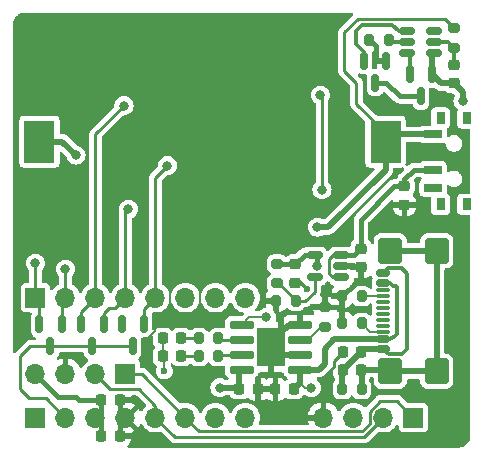
<source format=gbr>
%TF.GenerationSoftware,KiCad,Pcbnew,7.0.9*%
%TF.CreationDate,2024-01-07T17:51:15+01:00*%
%TF.ProjectId,K24LM1MA_veml7700_lightmeter,4b32344c-4d31-44d4-915f-76656d6c3737,rev?*%
%TF.SameCoordinates,Original*%
%TF.FileFunction,Copper,L2,Bot*%
%TF.FilePolarity,Positive*%
%FSLAX46Y46*%
G04 Gerber Fmt 4.6, Leading zero omitted, Abs format (unit mm)*
G04 Created by KiCad (PCBNEW 7.0.9) date 2024-01-07 17:51:15*
%MOMM*%
%LPD*%
G01*
G04 APERTURE LIST*
G04 Aperture macros list*
%AMRoundRect*
0 Rectangle with rounded corners*
0 $1 Rounding radius*
0 $2 $3 $4 $5 $6 $7 $8 $9 X,Y pos of 4 corners*
0 Add a 4 corners polygon primitive as box body*
4,1,4,$2,$3,$4,$5,$6,$7,$8,$9,$2,$3,0*
0 Add four circle primitives for the rounded corners*
1,1,$1+$1,$2,$3*
1,1,$1+$1,$4,$5*
1,1,$1+$1,$6,$7*
1,1,$1+$1,$8,$9*
0 Add four rect primitives between the rounded corners*
20,1,$1+$1,$2,$3,$4,$5,0*
20,1,$1+$1,$4,$5,$6,$7,0*
20,1,$1+$1,$6,$7,$8,$9,0*
20,1,$1+$1,$8,$9,$2,$3,0*%
G04 Aperture macros list end*
%TA.AperFunction,ComponentPad*%
%ADD10R,1.700000X1.700000*%
%TD*%
%TA.AperFunction,ComponentPad*%
%ADD11O,1.700000X1.700000*%
%TD*%
%TA.AperFunction,SMDPad,CuDef*%
%ADD12RoundRect,0.200000X-0.200000X-0.275000X0.200000X-0.275000X0.200000X0.275000X-0.200000X0.275000X0*%
%TD*%
%TA.AperFunction,SMDPad,CuDef*%
%ADD13RoundRect,0.225000X0.250000X-0.225000X0.250000X0.225000X-0.250000X0.225000X-0.250000X-0.225000X0*%
%TD*%
%TA.AperFunction,SMDPad,CuDef*%
%ADD14RoundRect,0.042000X0.943000X0.258000X-0.943000X0.258000X-0.943000X-0.258000X0.943000X-0.258000X0*%
%TD*%
%TA.AperFunction,SMDPad,CuDef*%
%ADD15R,2.413000X3.302000*%
%TD*%
%TA.AperFunction,SMDPad,CuDef*%
%ADD16RoundRect,0.150000X-0.150000X0.587500X-0.150000X-0.587500X0.150000X-0.587500X0.150000X0.587500X0*%
%TD*%
%TA.AperFunction,SMDPad,CuDef*%
%ADD17RoundRect,0.200000X0.200000X0.275000X-0.200000X0.275000X-0.200000X-0.275000X0.200000X-0.275000X0*%
%TD*%
%TA.AperFunction,SMDPad,CuDef*%
%ADD18RoundRect,0.225000X0.225000X0.250000X-0.225000X0.250000X-0.225000X-0.250000X0.225000X-0.250000X0*%
%TD*%
%TA.AperFunction,SMDPad,CuDef*%
%ADD19RoundRect,0.200000X-0.275000X0.200000X-0.275000X-0.200000X0.275000X-0.200000X0.275000X0.200000X0*%
%TD*%
%TA.AperFunction,SMDPad,CuDef*%
%ADD20RoundRect,0.225000X-0.225000X-0.250000X0.225000X-0.250000X0.225000X0.250000X-0.225000X0.250000X0*%
%TD*%
%TA.AperFunction,SMDPad,CuDef*%
%ADD21RoundRect,0.150000X-0.512500X-0.150000X0.512500X-0.150000X0.512500X0.150000X-0.512500X0.150000X0*%
%TD*%
%TA.AperFunction,SMDPad,CuDef*%
%ADD22RoundRect,0.218750X0.218750X0.256250X-0.218750X0.256250X-0.218750X-0.256250X0.218750X-0.256250X0*%
%TD*%
%TA.AperFunction,SMDPad,CuDef*%
%ADD23RoundRect,0.150000X-0.425000X0.150000X-0.425000X-0.150000X0.425000X-0.150000X0.425000X0.150000X0*%
%TD*%
%TA.AperFunction,SMDPad,CuDef*%
%ADD24RoundRect,0.075000X-0.500000X0.075000X-0.500000X-0.075000X0.500000X-0.075000X0.500000X0.075000X0*%
%TD*%
%TA.AperFunction,SMDPad,CuDef*%
%ADD25RoundRect,0.250000X-0.750000X0.840000X-0.750000X-0.840000X0.750000X-0.840000X0.750000X0.840000X0*%
%TD*%
%TA.AperFunction,SMDPad,CuDef*%
%ADD26RoundRect,0.150000X0.512500X0.150000X-0.512500X0.150000X-0.512500X-0.150000X0.512500X-0.150000X0*%
%TD*%
%TA.AperFunction,SMDPad,CuDef*%
%ADD27R,2.600000X3.600000*%
%TD*%
%TA.AperFunction,SMDPad,CuDef*%
%ADD28RoundRect,0.200000X0.275000X-0.200000X0.275000X0.200000X-0.275000X0.200000X-0.275000X-0.200000X0*%
%TD*%
%TA.AperFunction,SMDPad,CuDef*%
%ADD29R,0.800000X1.000000*%
%TD*%
%TA.AperFunction,SMDPad,CuDef*%
%ADD30R,1.500000X0.700000*%
%TD*%
%TA.AperFunction,ViaPad*%
%ADD31C,0.600000*%
%TD*%
%TA.AperFunction,ViaPad*%
%ADD32C,0.800000*%
%TD*%
%TA.AperFunction,Conductor*%
%ADD33C,0.200000*%
%TD*%
%TA.AperFunction,Conductor*%
%ADD34C,0.400000*%
%TD*%
%TA.AperFunction,Conductor*%
%ADD35C,0.250000*%
%TD*%
%TA.AperFunction,Conductor*%
%ADD36C,0.500000*%
%TD*%
%TA.AperFunction,Conductor*%
%ADD37C,0.300000*%
%TD*%
G04 APERTURE END LIST*
D10*
%TO.P,J4,1,Pin_1*%
%TO.N,SDA*%
X129540000Y-133477000D03*
D11*
%TO.P,J4,2,Pin_2*%
%TO.N,SCL*%
X127000000Y-133477000D03*
%TO.P,J4,3,Pin_3*%
%TO.N,GND*%
X124460000Y-133477000D03*
%TO.P,J4,4,Pin_4*%
%TO.N,+3V0*%
X121920000Y-133477000D03*
%TD*%
D10*
%TO.P,J1,1,Pin_1*%
%TO.N,S_TP*%
X121920000Y-127000000D03*
D11*
%TO.P,J1,2,Pin_2*%
%TO.N,S_TN*%
X124460000Y-127000000D03*
%TO.P,J1,3,Pin_3*%
%TO.N,S_IP*%
X127000000Y-127000000D03*
%TO.P,J1,4,Pin_4*%
%TO.N,S_IN*%
X129540000Y-127000000D03*
%TO.P,J1,5,Pin_5*%
%TO.N,S_M*%
X132080000Y-127000000D03*
%TO.P,J1,6,Pin_6*%
%TO.N,unconnected-(J1-Pin_6-Pad6)*%
X134620000Y-127000000D03*
%TO.P,J1,7,Pin_7*%
%TO.N,unconnected-(J1-Pin_7-Pad7)*%
X137160000Y-127000000D03*
%TO.P,J1,8,Pin_8*%
%TO.N,unconnected-(J1-Pin_8-Pad8)*%
X139700000Y-127000000D03*
%TD*%
D10*
%TO.P,J3,1,Pin_1*%
%TO.N,SDA*%
X153924000Y-137160000D03*
D11*
%TO.P,J3,2,Pin_2*%
%TO.N,SCL*%
X151384000Y-137160000D03*
%TO.P,J3,3,Pin_3*%
%TO.N,+3V0*%
X148844000Y-137160000D03*
%TO.P,J3,4,Pin_4*%
%TO.N,GND*%
X146304000Y-137160000D03*
%TD*%
D10*
%TO.P,J2,1,Pin_1*%
%TO.N,unconnected-(J2-Pin_1-Pad1)*%
X121920000Y-137160000D03*
D11*
%TO.P,J2,2,Pin_2*%
%TO.N,INT*%
X124460000Y-137160000D03*
%TO.P,J2,3,Pin_3*%
%TO.N,+3V0*%
X127000000Y-137160000D03*
%TO.P,J2,4,Pin_4*%
%TO.N,GND*%
X129540000Y-137160000D03*
%TO.P,J2,5,Pin_5*%
%TO.N,SCL*%
X132080000Y-137160000D03*
%TO.P,J2,6,Pin_6*%
%TO.N,SDA*%
X134620000Y-137160000D03*
%TO.P,J2,7,Pin_7*%
%TO.N,unconnected-(J2-Pin_7-Pad7)*%
X137160000Y-137160000D03*
%TO.P,J2,8,Pin_8*%
%TO.N,unconnected-(J2-Pin_8-Pad8)*%
X139700000Y-137160000D03*
%TD*%
D12*
%TO.P,R6,1*%
%TO.N,GND*%
X147889000Y-129159000D03*
%TO.P,R6,2*%
%TO.N,Net-(J5-CC2)*%
X149539000Y-129159000D03*
%TD*%
D13*
%TO.P,C12,1*%
%TO.N,GND*%
X143896500Y-125743000D03*
%TO.P,C12,2*%
%TO.N,+3V0*%
X143896500Y-124193000D03*
%TD*%
D14*
%TO.P,U1,1,TEMP*%
%TO.N,GND*%
X144334000Y-129286000D03*
%TO.P,U1,2,PROG*%
%TO.N,Net-(U1-PROG)*%
X144334000Y-130556000D03*
%TO.P,U1,3,GND*%
%TO.N,GND*%
X144334000Y-131826000D03*
%TO.P,U1,4,VCC*%
%TO.N,+5V*%
X144334000Y-133096000D03*
%TO.P,U1,5,BAT*%
%TO.N,+BATT*%
X139384000Y-133096000D03*
%TO.P,U1,6,~{STDBY}*%
%TO.N,Net-(U1-~{STDBY})*%
X139384000Y-131826000D03*
%TO.P,U1,7,~{CHRG}*%
%TO.N,Net-(U1-~{CHRG})*%
X139384000Y-130556000D03*
%TO.P,U1,8,CE*%
%TO.N,+5V*%
X139384000Y-129286000D03*
D15*
%TO.P,U1,9,EP*%
%TO.N,GND*%
X141859000Y-131191000D03*
%TD*%
D16*
%TO.P,D1,1*%
%TO.N,S_TP*%
X122240000Y-129237500D03*
%TO.P,D1,2*%
%TO.N,S_TN*%
X124140000Y-129237500D03*
%TO.P,D1,3*%
%TO.N,INT*%
X123190000Y-131112500D03*
%TD*%
D17*
%TO.P,R5,1*%
%TO.N,Net-(U1-~{STDBY})*%
X137412000Y-131953000D03*
%TO.P,R5,2*%
%TO.N,Net-(D4-K)*%
X135762000Y-131953000D03*
%TD*%
D18*
%TO.P,C14,1*%
%TO.N,GND*%
X129045000Y-138684000D03*
%TO.P,C14,2*%
%TO.N,+3V0*%
X127495000Y-138684000D03*
%TD*%
D19*
%TO.P,R2,1*%
%TO.N,+BATT*%
X157353000Y-104204000D03*
%TO.P,R2,2*%
%TO.N,Net-(U2-VCC)*%
X157353000Y-105854000D03*
%TD*%
D18*
%TO.P,C13,1*%
%TO.N,GND*%
X129045000Y-135636000D03*
%TO.P,C13,2*%
%TO.N,+3V0*%
X127495000Y-135636000D03*
%TD*%
D20*
%TO.P,C10,1*%
%TO.N,Net-(C10-Pad1)*%
X147942000Y-133096000D03*
%TO.P,C10,2*%
%TO.N,Net-(J5-SHIELD)*%
X149492000Y-133096000D03*
%TD*%
D16*
%TO.P,Q1,1,G*%
%TO.N,Net-(Q1-G)*%
X153603500Y-108094500D03*
%TO.P,Q1,2,S*%
%TO.N,GND1*%
X155503500Y-108094500D03*
%TO.P,Q1,3,D*%
%TO.N,Net-(Q1-D)*%
X154553500Y-109969500D03*
%TD*%
D18*
%TO.P,C6,1*%
%TO.N,GND*%
X140729000Y-134747000D03*
%TO.P,C6,2*%
%TO.N,+BATT*%
X139179000Y-134747000D03*
%TD*%
D12*
%TO.P,R10,1*%
%TO.N,GND*%
X142309500Y-127254000D03*
%TO.P,R10,2*%
%TO.N,Net-(U3-FB)*%
X143959500Y-127254000D03*
%TD*%
D21*
%TO.P,U2,1,OD*%
%TO.N,Net-(Q1-G)*%
X153416000Y-106299000D03*
%TO.P,U2,2,CS*%
%TO.N,Net-(U2-CS)*%
X153416000Y-105349000D03*
%TO.P,U2,3,OC*%
%TO.N,Net-(Q2-G)*%
X153416000Y-104399000D03*
%TO.P,U2,4,TD*%
%TO.N,unconnected-(U2-TD-Pad4)*%
X155691000Y-104399000D03*
%TO.P,U2,5,VCC*%
%TO.N,Net-(U2-VCC)*%
X155691000Y-105349000D03*
%TO.P,U2,6,GND*%
%TO.N,GND1*%
X155691000Y-106299000D03*
%TD*%
D16*
%TO.P,Q2,1,G*%
%TO.N,Net-(Q2-G)*%
X149733000Y-106934000D03*
%TO.P,Q2,2,S*%
%TO.N,GND*%
X151633000Y-106934000D03*
%TO.P,Q2,3,D*%
%TO.N,Net-(Q1-D)*%
X150683000Y-108809000D03*
%TD*%
D22*
%TO.P,D4,1,K*%
%TO.N,Net-(D4-K)*%
X134264500Y-131953000D03*
%TO.P,D4,2,A*%
%TO.N,+5V*%
X132689500Y-131953000D03*
%TD*%
D23*
%TO.P,J5,A1,GND*%
%TO.N,Net-(C10-Pad1)*%
X151384000Y-124943000D03*
%TO.P,J5,A4,VBUS*%
%TO.N,+5V*%
X151384000Y-125743000D03*
D24*
%TO.P,J5,A5,CC1*%
%TO.N,Net-(J5-CC1)*%
X151384000Y-126893000D03*
%TO.P,J5,A6,D+*%
%TO.N,unconnected-(J5-D+-PadA6)*%
X151384000Y-127893000D03*
%TO.P,J5,A7,D-*%
%TO.N,unconnected-(J5-D--PadA7)*%
X151384000Y-128393000D03*
%TO.P,J5,A8,SBU1*%
%TO.N,unconnected-(J5-SBU1-PadA8)*%
X151384000Y-129393000D03*
D23*
%TO.P,J5,A9,VBUS*%
%TO.N,+5V*%
X151384000Y-130543000D03*
%TO.P,J5,A12,GND*%
%TO.N,Net-(C10-Pad1)*%
X151384000Y-131343000D03*
%TO.P,J5,B1,GND*%
X151384000Y-131343000D03*
%TO.P,J5,B4,VBUS*%
%TO.N,+5V*%
X151384000Y-130543000D03*
D24*
%TO.P,J5,B5,CC2*%
%TO.N,Net-(J5-CC2)*%
X151384000Y-129893000D03*
%TO.P,J5,B6,D+*%
%TO.N,unconnected-(J5-D+-PadB6)*%
X151384000Y-128893000D03*
%TO.P,J5,B7,D-*%
%TO.N,unconnected-(J5-D--PadB7)*%
X151384000Y-127393000D03*
%TO.P,J5,B8,SBU2*%
%TO.N,unconnected-(J5-SBU2-PadB8)*%
X151384000Y-126393000D03*
D23*
%TO.P,J5,B9,VBUS*%
%TO.N,+5V*%
X151384000Y-125743000D03*
%TO.P,J5,B12,GND*%
%TO.N,Net-(C10-Pad1)*%
X151384000Y-124943000D03*
D25*
%TO.P,J5,S1,SHIELD*%
%TO.N,Net-(J5-SHIELD)*%
X155889000Y-123033000D03*
X151959000Y-123033000D03*
X155889000Y-133253000D03*
X151959000Y-133253000D03*
%TD*%
D17*
%TO.P,R4,1*%
%TO.N,Net-(U1-~{CHRG})*%
X137412000Y-130429000D03*
%TO.P,R4,2*%
%TO.N,Net-(D5-K)*%
X135762000Y-130429000D03*
%TD*%
D26*
%TO.P,U3,1,IN*%
%TO.N,VDD*%
X147822500Y-123383000D03*
%TO.P,U3,2,GND*%
%TO.N,GND*%
X147822500Y-124333000D03*
%TO.P,U3,3,EN*%
%TO.N,VDD*%
X147822500Y-125283000D03*
%TO.P,U3,4,FB*%
%TO.N,Net-(U3-FB)*%
X145547500Y-125283000D03*
%TO.P,U3,5,OUT*%
%TO.N,+3V0*%
X145547500Y-123383000D03*
%TD*%
D13*
%TO.P,C7,1*%
%TO.N,GND*%
X153162000Y-119139000D03*
%TO.P,C7,2*%
%TO.N,VDD*%
X153162000Y-117589000D03*
%TD*%
D17*
%TO.P,R3,1*%
%TO.N,Net-(U2-CS)*%
X151828000Y-105156000D03*
%TO.P,R3,2*%
%TO.N,GND*%
X150178000Y-105156000D03*
%TD*%
D12*
%TO.P,R7,1*%
%TO.N,GND*%
X147889000Y-126873000D03*
%TO.P,R7,2*%
%TO.N,Net-(J5-CC1)*%
X149539000Y-126873000D03*
%TD*%
D13*
%TO.P,C11,1*%
%TO.N,GND*%
X149484500Y-124407000D03*
%TO.P,C11,2*%
%TO.N,VDD*%
X149484500Y-122857000D03*
%TD*%
D27*
%TO.P,BT1,1,+*%
%TO.N,+BATT*%
X151556000Y-113792000D03*
%TO.P,BT1,2,-*%
%TO.N,GND1*%
X122256000Y-113792000D03*
%TD*%
D13*
%TO.P,C9,1*%
%TO.N,GND1*%
X157347500Y-108852000D03*
%TO.P,C9,2*%
%TO.N,Net-(U2-VCC)*%
X157347500Y-107302000D03*
%TD*%
D22*
%TO.P,FB1,1*%
%TO.N,Net-(C10-Pad1)*%
X149504500Y-131572000D03*
%TO.P,FB1,2*%
%TO.N,GND*%
X147929500Y-131572000D03*
%TD*%
%TO.P,D5,1,K*%
%TO.N,Net-(D5-K)*%
X134264500Y-130429000D03*
%TO.P,D5,2,A*%
%TO.N,+5V*%
X132689500Y-130429000D03*
%TD*%
D12*
%TO.P,R8,1*%
%TO.N,Net-(C10-Pad1)*%
X147892000Y-134747000D03*
%TO.P,R8,2*%
%TO.N,Net-(J5-SHIELD)*%
X149542000Y-134747000D03*
%TD*%
D20*
%TO.P,C8,1*%
%TO.N,GND*%
X142238250Y-134747000D03*
%TO.P,C8,2*%
%TO.N,+5V*%
X143788250Y-134747000D03*
%TD*%
D16*
%TO.P,D2,1*%
%TO.N,S_IP*%
X125796000Y-129237500D03*
%TO.P,D2,2*%
%TO.N,S_IN*%
X127696000Y-129237500D03*
%TO.P,D2,3*%
%TO.N,INT*%
X126746000Y-131112500D03*
%TD*%
D28*
%TO.P,R1,1*%
%TO.N,Net-(U1-PROG)*%
X146431000Y-129476000D03*
%TO.P,R1,2*%
%TO.N,GND*%
X146431000Y-127826000D03*
%TD*%
D29*
%TO.P,SW6,*%
%TO.N,*%
X158435000Y-111793000D03*
X156225000Y-111793000D03*
X158435000Y-119093000D03*
X156225000Y-119093000D03*
D30*
%TO.P,SW6,1,A*%
%TO.N,+BATT*%
X155575000Y-113193000D03*
%TO.P,SW6,2,B*%
%TO.N,VDD*%
X155575000Y-116193000D03*
%TO.P,SW6,3*%
%TO.N,N/C*%
X155575000Y-117693000D03*
%TD*%
D28*
%TO.P,R9,1*%
%TO.N,Net-(U3-FB)*%
X142372500Y-125793000D03*
%TO.P,R9,2*%
%TO.N,+3V0*%
X142372500Y-124143000D03*
%TD*%
D16*
%TO.P,D3,1*%
%TO.N,unconnected-(D3-Pad1)*%
X129225000Y-129237500D03*
%TO.P,D3,2*%
%TO.N,S_M*%
X131125000Y-129237500D03*
%TO.P,D3,3*%
%TO.N,INT*%
X130175000Y-131112500D03*
%TD*%
D31*
%TO.N,GND*%
X135763000Y-129032000D03*
X132715000Y-129159000D03*
D32*
%TO.N,+BATT*%
X145796000Y-121031000D03*
X137541000Y-134620000D03*
%TO.N,GND1*%
X158115000Y-110363000D03*
X125349000Y-114935000D03*
%TO.N,S_TP*%
X146050000Y-109855000D03*
X146177000Y-117856000D03*
X121920000Y-124079000D03*
D31*
%TO.N,GND*%
X130810000Y-125095000D03*
X145923000Y-122174000D03*
X139573000Y-116205000D03*
X146558000Y-134239000D03*
X145923000Y-104521000D03*
X157353000Y-128778000D03*
X139827000Y-121412000D03*
X147955000Y-115443000D03*
X131064000Y-121920000D03*
X141859000Y-119761000D03*
X141224000Y-130302000D03*
X128651000Y-116205000D03*
X153797000Y-135128000D03*
X153543000Y-110998000D03*
X125222000Y-121793000D03*
X156972000Y-137160000D03*
X123063000Y-125222000D03*
X125730000Y-125349000D03*
X144907000Y-126238000D03*
X130937000Y-116332000D03*
X137541000Y-110363000D03*
X121793000Y-104521000D03*
X141224000Y-132207000D03*
X146812000Y-107823000D03*
X145034000Y-128143000D03*
X154432000Y-114808000D03*
X121920000Y-119507000D03*
X144780000Y-116840000D03*
X152146000Y-110871000D03*
X125603000Y-111125000D03*
X144907000Y-113284000D03*
X146050000Y-119888000D03*
X150749000Y-106934000D03*
X131318000Y-131318000D03*
X157734000Y-115443000D03*
X133477000Y-125222000D03*
X153162000Y-120904000D03*
X120777000Y-129032000D03*
X133223000Y-121793000D03*
X157480000Y-125476000D03*
X147701000Y-122047000D03*
X140589000Y-125222000D03*
X133477000Y-108585000D03*
X143002000Y-137160000D03*
X136525000Y-121412000D03*
X141732000Y-108839000D03*
X152527000Y-116332000D03*
X125476000Y-116459000D03*
X130302000Y-135636000D03*
X136398000Y-133477000D03*
X146558000Y-126492000D03*
X151638000Y-120015000D03*
X128270000Y-119507000D03*
X137414000Y-125095000D03*
X142494000Y-130302000D03*
X134366000Y-118237000D03*
X121666000Y-110744000D03*
X134620000Y-113284000D03*
X149860000Y-125730000D03*
X142367000Y-132207000D03*
X125603000Y-132080000D03*
X139700000Y-113157000D03*
X149987000Y-128016000D03*
X127762000Y-105537000D03*
X142748000Y-128524000D03*
X134239000Y-135509000D03*
X136779000Y-105283000D03*
X128397000Y-125095000D03*
D32*
%TO.N,S_TN*%
X124460000Y-124587000D03*
%TO.N,S_IP*%
X129413000Y-110744000D03*
%TO.N,S_IN*%
X129794000Y-119507000D03*
%TO.N,S_M*%
X133096000Y-115824000D03*
D31*
%TO.N,+5V*%
X132842000Y-133223000D03*
D32*
X145288000Y-134620000D03*
X141478000Y-128651000D03*
%TO.N,+3V0*%
X145796000Y-124333000D03*
%TD*%
D33*
%TO.N,GND*%
X132080000Y-129159000D02*
X132715000Y-129159000D01*
X132080000Y-129823814D02*
X132080000Y-129159000D01*
X131318000Y-130585814D02*
X132080000Y-129823814D01*
X131318000Y-131318000D02*
X131318000Y-130585814D01*
X135890000Y-128905000D02*
X135763000Y-129032000D01*
X135890000Y-125603000D02*
X135890000Y-128905000D01*
X137033000Y-125476000D02*
X136017000Y-125476000D01*
X136017000Y-125476000D02*
X135890000Y-125603000D01*
X137414000Y-125095000D02*
X137033000Y-125476000D01*
X133350000Y-126492000D02*
X133350000Y-128524000D01*
X133470000Y-126372000D02*
X133350000Y-126492000D01*
X133350000Y-128524000D02*
X132715000Y-129159000D01*
X133477000Y-125222000D02*
X133470000Y-125229000D01*
X133470000Y-125229000D02*
X133470000Y-126372000D01*
D34*
X130556000Y-136144000D02*
X130937000Y-136144000D01*
X129540000Y-137160000D02*
X130556000Y-136144000D01*
X131445000Y-139065000D02*
X131572000Y-139065000D01*
X129540000Y-137160000D02*
X131445000Y-139065000D01*
D35*
%TO.N,S_TP*%
X146050000Y-109855000D02*
X146177000Y-109982000D01*
X146177000Y-109982000D02*
X146177000Y-117856000D01*
D36*
%TO.N,+BATT*%
X155575000Y-113193000D02*
X152155000Y-113193000D01*
D35*
X156560000Y-103411000D02*
X149192000Y-103411000D01*
X148082000Y-107823000D02*
X149098000Y-108839000D01*
X149098000Y-110617000D02*
X151556000Y-113075000D01*
D36*
X146685000Y-121031000D02*
X151556000Y-116160000D01*
X139179000Y-134747000D02*
X139179000Y-133301000D01*
X145796000Y-121031000D02*
X146685000Y-121031000D01*
D35*
X149192000Y-103411000D02*
X148082000Y-104521000D01*
X149098000Y-108839000D02*
X149098000Y-110617000D01*
D36*
X152155000Y-113193000D02*
X151556000Y-113792000D01*
X139052000Y-134620000D02*
X139179000Y-134747000D01*
D35*
X148082000Y-104521000D02*
X148082000Y-107823000D01*
X157353000Y-104204000D02*
X156560000Y-103411000D01*
D36*
X151556000Y-116160000D02*
X151556000Y-113792000D01*
D35*
X151556000Y-113075000D02*
X151556000Y-113792000D01*
D36*
X139179000Y-133301000D02*
X139384000Y-133096000D01*
X137541000Y-134620000D02*
X139052000Y-134620000D01*
%TO.N,GND1*%
X158115000Y-109619500D02*
X157347500Y-108852000D01*
X158115000Y-110363000D02*
X158115000Y-109619500D01*
X155503500Y-106486500D02*
X155691000Y-106299000D01*
X122256000Y-113792000D02*
X124206000Y-113792000D01*
X124206000Y-113792000D02*
X125349000Y-114935000D01*
X157347500Y-108852000D02*
X156261000Y-108852000D01*
X155503500Y-108094500D02*
X155503500Y-106486500D01*
X156261000Y-108852000D02*
X155503500Y-108094500D01*
D35*
%TO.N,S_TP*%
X122240000Y-129237500D02*
X122240000Y-127320000D01*
X121920000Y-124079000D02*
X121920000Y-127000000D01*
X122240000Y-127320000D02*
X121920000Y-127000000D01*
D34*
%TO.N,GND*%
X147889000Y-126873000D02*
X149032000Y-125730000D01*
D35*
X147167000Y-132334500D02*
X147167000Y-132868000D01*
X147929500Y-131572000D02*
X147167000Y-132334500D01*
D34*
X147889000Y-128077000D02*
X147889000Y-129159000D01*
D36*
X143349001Y-129286000D02*
X141859000Y-130776001D01*
D34*
X129045000Y-136665000D02*
X129540000Y-137160000D01*
D37*
X143896500Y-125743000D02*
X144412000Y-125743000D01*
D34*
X129045000Y-137655000D02*
X129540000Y-137160000D01*
X129045000Y-138684000D02*
X129045000Y-137655000D01*
D36*
X142748000Y-128524000D02*
X142748000Y-130048000D01*
D34*
X147638000Y-127826000D02*
X147889000Y-128077000D01*
D35*
X147167000Y-132868000D02*
X146558000Y-133477000D01*
D34*
X147638000Y-127826000D02*
X147889000Y-127575000D01*
D36*
X142748000Y-130048000D02*
X142494000Y-130302000D01*
D34*
X129045000Y-135636000D02*
X129045000Y-136665000D01*
D36*
X142494000Y-131826000D02*
X141859000Y-131191000D01*
X141859000Y-130776001D02*
X141859000Y-131191000D01*
D34*
X150178000Y-105156000D02*
X150749000Y-105727000D01*
X146431000Y-127826000D02*
X147638000Y-127826000D01*
D36*
X144334000Y-131826000D02*
X142494000Y-131826000D01*
D34*
X147889000Y-127575000D02*
X147889000Y-126873000D01*
X150749000Y-105727000D02*
X150749000Y-106934000D01*
D36*
X144334000Y-129286000D02*
X143349001Y-129286000D01*
D34*
X149032000Y-125730000D02*
X149860000Y-125730000D01*
D37*
X144412000Y-125743000D02*
X144907000Y-126238000D01*
D35*
X146558000Y-133477000D02*
X146558000Y-134239000D01*
%TO.N,S_TN*%
X124140000Y-129237500D02*
X124140000Y-127320000D01*
X124140000Y-127320000D02*
X124460000Y-127000000D01*
X124460000Y-124587000D02*
X124460000Y-127000000D01*
%TO.N,S_IP*%
X125796000Y-128204000D02*
X127000000Y-127000000D01*
X127000000Y-113157000D02*
X127000000Y-127000000D01*
X125796000Y-129237500D02*
X125796000Y-128204000D01*
X129413000Y-110744000D02*
X127000000Y-113157000D01*
%TO.N,S_IN*%
X129794000Y-119507000D02*
X129540000Y-119761000D01*
X127696000Y-129237500D02*
X127696000Y-128336000D01*
X129540000Y-119761000D02*
X129540000Y-127000000D01*
X128143000Y-127889000D02*
X128651000Y-127889000D01*
X127696000Y-128336000D02*
X128143000Y-127889000D01*
X128651000Y-127889000D02*
X129540000Y-127000000D01*
%TO.N,S_M*%
X133096000Y-115824000D02*
X132080000Y-116840000D01*
X131125000Y-129237500D02*
X131125000Y-127955000D01*
X132080000Y-116840000D02*
X132080000Y-127000000D01*
X131125000Y-127955000D02*
X132080000Y-127000000D01*
D34*
%TO.N,VDD*%
X149484500Y-122857000D02*
X149431000Y-122857000D01*
X148905000Y-123383000D02*
X147822500Y-123383000D01*
D35*
X147127000Y-125283000D02*
X146812000Y-124968000D01*
X146812000Y-123698000D02*
X147127000Y-123383000D01*
X146812000Y-124968000D02*
X146812000Y-123698000D01*
D34*
X153162000Y-117589000D02*
X152286000Y-117589000D01*
X152286000Y-117589000D02*
X149484500Y-120390500D01*
X153162000Y-116967000D02*
X153162000Y-117589000D01*
X149484500Y-120390500D02*
X149484500Y-122857000D01*
X149431000Y-122857000D02*
X148905000Y-123383000D01*
D35*
X147127000Y-123383000D02*
X147822500Y-123383000D01*
D34*
X155575000Y-116193000D02*
X153936000Y-116193000D01*
X153936000Y-116193000D02*
X153162000Y-116967000D01*
D35*
X147822500Y-125283000D02*
X147127000Y-125283000D01*
D33*
%TO.N,+5V*%
X145288000Y-134620000D02*
X144752750Y-134620000D01*
D36*
X145923000Y-133096000D02*
X144334000Y-133096000D01*
D37*
X151923695Y-130543000D02*
X151384000Y-130543000D01*
D36*
X147206000Y-130543000D02*
X146431000Y-131318000D01*
D33*
X144752750Y-134620000D02*
X144334000Y-134201250D01*
D37*
X152527000Y-126101652D02*
X152527000Y-130048000D01*
X152527000Y-130048000D02*
X152273000Y-130302000D01*
X151384000Y-125743000D02*
X151923695Y-125743000D01*
X151923695Y-125743000D02*
X152158695Y-125978000D01*
X152273000Y-130302000D02*
X152164695Y-130302000D01*
D36*
X146431000Y-132588000D02*
X145923000Y-133096000D01*
D37*
X152164695Y-130302000D02*
X151923695Y-130543000D01*
X152158695Y-125978000D02*
X152403348Y-125978000D01*
X152403348Y-125978000D02*
X152527000Y-126101652D01*
D36*
X151384000Y-130543000D02*
X147206000Y-130543000D01*
D33*
X140019000Y-128651000D02*
X141478000Y-128651000D01*
D36*
X144334000Y-133096000D02*
X144334000Y-134201250D01*
D33*
X139384000Y-129286000D02*
X140019000Y-128651000D01*
X132689500Y-131953000D02*
X132689500Y-130429000D01*
D36*
X146431000Y-131318000D02*
X146431000Y-132588000D01*
X144334000Y-134201250D02*
X143788250Y-134747000D01*
D33*
X132842000Y-133223000D02*
X132842000Y-132105500D01*
X132842000Y-132105500D02*
X132689500Y-131953000D01*
D37*
%TO.N,Net-(U2-VCC)*%
X156848000Y-105349000D02*
X157353000Y-105854000D01*
X157347500Y-105859500D02*
X157353000Y-105854000D01*
X157347500Y-107302000D02*
X157347500Y-105859500D01*
X155691000Y-105349000D02*
X156848000Y-105349000D01*
%TO.N,Net-(C10-Pad1)*%
X151799000Y-124528000D02*
X152976000Y-124528000D01*
D36*
X151384000Y-131343000D02*
X149733500Y-131343000D01*
X151634000Y-124943000D02*
X151634000Y-124911274D01*
D37*
X152921000Y-131813000D02*
X151854000Y-131813000D01*
D36*
X151384000Y-124943000D02*
X151634000Y-124943000D01*
D37*
X151384000Y-124943000D02*
X151799000Y-124528000D01*
X153416000Y-131318000D02*
X152921000Y-131813000D01*
X151854000Y-131813000D02*
X151384000Y-131343000D01*
X152976000Y-124528000D02*
X153416000Y-124968000D01*
D36*
X147980500Y-133096000D02*
X149504500Y-131572000D01*
X147892000Y-134747000D02*
X147892000Y-133146000D01*
D37*
X153416000Y-124968000D02*
X153416000Y-131318000D01*
D36*
X149733500Y-131343000D02*
X149504500Y-131572000D01*
X147892000Y-133146000D02*
X147942000Y-133096000D01*
X147942000Y-133096000D02*
X147980500Y-133096000D01*
%TO.N,Net-(J5-SHIELD)*%
X151802000Y-133096000D02*
X151959000Y-133253000D01*
X155889000Y-133253000D02*
X151959000Y-133253000D01*
X149542000Y-134747000D02*
X149542000Y-133146000D01*
X151959000Y-123033000D02*
X155889000Y-123033000D01*
X149492000Y-133096000D02*
X151802000Y-133096000D01*
X149542000Y-133146000D02*
X149492000Y-133096000D01*
X155889000Y-123033000D02*
X155889000Y-133253000D01*
D34*
%TO.N,+3V0*%
X144706500Y-123383000D02*
X143896500Y-124193000D01*
X121920000Y-133477000D02*
X123825000Y-135382000D01*
X127495000Y-138684000D02*
X127495000Y-137655000D01*
X145796000Y-123631500D02*
X145547500Y-123383000D01*
X127495000Y-136665000D02*
X127000000Y-137160000D01*
X145547500Y-123383000D02*
X144706500Y-123383000D01*
X125603000Y-135636000D02*
X127495000Y-135636000D01*
X125349000Y-135382000D02*
X125603000Y-135636000D01*
X123825000Y-135382000D02*
X125349000Y-135382000D01*
X143896500Y-124193000D02*
X142422500Y-124193000D01*
X127495000Y-135636000D02*
X127495000Y-136665000D01*
X145796000Y-124333000D02*
X145796000Y-123631500D01*
X127495000Y-137655000D02*
X127000000Y-137160000D01*
X142422500Y-124193000D02*
X142372500Y-124143000D01*
D35*
%TO.N,INT*%
X121412000Y-135509000D02*
X120650000Y-134747000D01*
X123190000Y-131112500D02*
X130175000Y-131112500D01*
X120650000Y-134747000D02*
X120650000Y-131953000D01*
X120650000Y-131953000D02*
X121490500Y-131112500D01*
X124460000Y-137160000D02*
X122809000Y-135509000D01*
X121490500Y-131112500D02*
X123190000Y-131112500D01*
X122809000Y-135509000D02*
X121412000Y-135509000D01*
%TO.N,Net-(D4-K)*%
X135762000Y-131953000D02*
X134264500Y-131953000D01*
%TO.N,Net-(D5-K)*%
X135762000Y-130429000D02*
X134264500Y-130429000D01*
%TO.N,SCL*%
X127000000Y-133477000D02*
X128270000Y-134747000D01*
X130683000Y-134747000D02*
X132080000Y-136144000D01*
X128270000Y-134747000D02*
X130683000Y-134747000D01*
X149733000Y-138811000D02*
X151384000Y-137160000D01*
X133731000Y-138811000D02*
X149733000Y-138811000D01*
X132080000Y-137160000D02*
X133731000Y-138811000D01*
X132080000Y-136144000D02*
X132080000Y-137160000D01*
%TO.N,SDA*%
X152527000Y-135763000D02*
X153924000Y-137160000D01*
X150209000Y-136673299D02*
X151119299Y-135763000D01*
X130937000Y-133477000D02*
X134620000Y-137160000D01*
X129540000Y-133477000D02*
X130937000Y-133477000D01*
X151119299Y-135763000D02*
X152527000Y-135763000D01*
X150209000Y-137698604D02*
X150209000Y-136673299D01*
X149572604Y-138335000D02*
X150209000Y-137698604D01*
X135795000Y-138335000D02*
X149572604Y-138335000D01*
X134620000Y-137160000D02*
X135795000Y-138335000D01*
D33*
%TO.N,Net-(J5-CC1)*%
X149559000Y-126893000D02*
X149539000Y-126873000D01*
X151384000Y-126893000D02*
X149559000Y-126893000D01*
%TO.N,Net-(J5-CC2)*%
X150273000Y-129893000D02*
X149539000Y-129159000D01*
X151384000Y-129893000D02*
X150273000Y-129893000D01*
D37*
%TO.N,Net-(Q1-G)*%
X153603500Y-108094500D02*
X153603500Y-106486500D01*
X153603500Y-106486500D02*
X153416000Y-106299000D01*
D34*
%TO.N,Net-(Q1-D)*%
X150683000Y-108809000D02*
X151608000Y-108809000D01*
X151608000Y-108809000D02*
X152768500Y-109969500D01*
X152768500Y-109969500D02*
X154553500Y-109969500D01*
D37*
%TO.N,Net-(Q2-G)*%
X149733000Y-106172000D02*
X149098000Y-105537000D01*
X149098000Y-105537000D02*
X149098000Y-104394000D01*
X149098000Y-104394000D02*
X149606000Y-103886000D01*
X149733000Y-106934000D02*
X149733000Y-106172000D01*
X149606000Y-103886000D02*
X152146000Y-103886000D01*
X152146000Y-103886000D02*
X152659000Y-104399000D01*
X152659000Y-104399000D02*
X153416000Y-104399000D01*
D33*
%TO.N,Net-(U1-PROG)*%
X146114000Y-129476000D02*
X146431000Y-129476000D01*
X144334000Y-130556000D02*
X145034000Y-130556000D01*
X145034000Y-130556000D02*
X146114000Y-129476000D01*
D37*
%TO.N,Net-(U2-CS)*%
X153416000Y-105349000D02*
X152021000Y-105349000D01*
X152021000Y-105349000D02*
X151828000Y-105156000D01*
D35*
X153027592Y-105349000D02*
X153416000Y-105349000D01*
%TO.N,Net-(U1-~{CHRG})*%
X139384000Y-130556000D02*
X137539000Y-130556000D01*
X137539000Y-130556000D02*
X137412000Y-130429000D01*
%TO.N,Net-(U1-~{STDBY})*%
X139384000Y-131826000D02*
X137539000Y-131826000D01*
X137539000Y-131826000D02*
X137412000Y-131953000D01*
%TO.N,Net-(U3-FB)*%
X142372500Y-125793000D02*
X142498500Y-125793000D01*
X142498500Y-125793000D02*
X143959500Y-127254000D01*
X143959500Y-127254000D02*
X144780000Y-127254000D01*
X144780000Y-127254000D02*
X145547500Y-126486500D01*
X145547500Y-126486500D02*
X145547500Y-125283000D01*
%TD*%
%TA.AperFunction,Conductor*%
%TO.N,GND*%
G36*
X149366100Y-108027724D02*
G01*
X149451436Y-108061377D01*
X149539898Y-108072000D01*
X149539903Y-108072000D01*
X149858500Y-108072000D01*
X149925539Y-108091685D01*
X149971294Y-108144489D01*
X149982500Y-108196000D01*
X149982500Y-109439602D01*
X149986070Y-109469331D01*
X149993122Y-109528061D01*
X150048639Y-109668843D01*
X150140077Y-109789422D01*
X150260656Y-109880860D01*
X150260657Y-109880860D01*
X150260658Y-109880861D01*
X150401436Y-109936377D01*
X150489898Y-109947000D01*
X150489903Y-109947000D01*
X150876097Y-109947000D01*
X150876102Y-109947000D01*
X150964564Y-109936377D01*
X151105342Y-109880861D01*
X151225922Y-109789422D01*
X151317361Y-109668842D01*
X151333204Y-109628664D01*
X151376110Y-109573522D01*
X151442018Y-109550329D01*
X151510002Y-109566449D01*
X151536240Y-109586475D01*
X152313169Y-110363404D01*
X152318520Y-110369505D01*
X152340218Y-110397782D01*
X152465659Y-110494036D01*
X152611738Y-110554544D01*
X152689223Y-110564745D01*
X152768499Y-110575182D01*
X152768500Y-110575182D01*
X152803829Y-110570530D01*
X152811928Y-110570000D01*
X153739385Y-110570000D01*
X153806424Y-110589685D01*
X153852179Y-110642489D01*
X153862501Y-110679219D01*
X153863622Y-110688561D01*
X153919139Y-110829343D01*
X154010577Y-110949922D01*
X154131156Y-111041360D01*
X154131157Y-111041360D01*
X154131158Y-111041361D01*
X154271936Y-111096877D01*
X154360398Y-111107500D01*
X154360403Y-111107500D01*
X154746597Y-111107500D01*
X154746602Y-111107500D01*
X154835064Y-111096877D01*
X154975842Y-111041361D01*
X155096422Y-110949922D01*
X155187861Y-110829342D01*
X155243377Y-110688564D01*
X155254000Y-110600102D01*
X155254000Y-109356500D01*
X155273685Y-109289461D01*
X155326489Y-109243706D01*
X155378000Y-109232500D01*
X155666833Y-109232500D01*
X155733872Y-109252185D01*
X155751717Y-109266108D01*
X155808260Y-109319205D01*
X155829961Y-109340907D01*
X155829965Y-109340910D01*
X155829966Y-109340911D01*
X155835759Y-109345404D01*
X155840191Y-109349190D01*
X155875607Y-109382448D01*
X155882517Y-109386247D01*
X155894207Y-109392674D01*
X155910468Y-109403355D01*
X155927237Y-109416363D01*
X155971827Y-109435658D01*
X155977056Y-109438220D01*
X156019632Y-109461627D01*
X156040193Y-109466905D01*
X156058597Y-109473207D01*
X156078074Y-109481636D01*
X156115927Y-109487630D01*
X156126054Y-109489235D01*
X156131764Y-109490417D01*
X156178823Y-109502500D01*
X156200045Y-109502500D01*
X156219442Y-109504026D01*
X156240405Y-109507347D01*
X156285104Y-109503121D01*
X156288770Y-109502775D01*
X156294608Y-109502500D01*
X156587048Y-109502500D01*
X156654087Y-109522185D01*
X156674730Y-109538820D01*
X156711074Y-109575165D01*
X156711083Y-109575172D01*
X156759498Y-109603804D01*
X156847110Y-109655618D01*
X156998873Y-109699709D01*
X157034337Y-109702500D01*
X157226690Y-109702499D01*
X157293730Y-109722183D01*
X157314372Y-109738818D01*
X157396393Y-109820839D01*
X157429878Y-109882162D01*
X157424894Y-109951854D01*
X157413707Y-109974490D01*
X157389212Y-110013474D01*
X157389209Y-110013481D01*
X157329633Y-110183737D01*
X157329630Y-110183750D01*
X157309435Y-110362996D01*
X157309435Y-110363003D01*
X157329630Y-110542249D01*
X157329631Y-110542254D01*
X157389211Y-110712523D01*
X157485184Y-110865262D01*
X157612737Y-110992815D01*
X157618184Y-110997159D01*
X157617267Y-110998308D01*
X157658291Y-111044684D01*
X157668942Y-111113737D01*
X157656515Y-111153641D01*
X157649353Y-111167695D01*
X157649352Y-111167698D01*
X157634500Y-111261475D01*
X157634500Y-112324517D01*
X157644165Y-112385539D01*
X157649354Y-112418304D01*
X157706950Y-112531342D01*
X157706952Y-112531344D01*
X157706954Y-112531347D01*
X157796652Y-112621045D01*
X157796654Y-112621046D01*
X157796658Y-112621050D01*
X157909696Y-112678646D01*
X157909698Y-112678647D01*
X158003475Y-112693499D01*
X158003481Y-112693500D01*
X158625500Y-112693499D01*
X158692539Y-112713183D01*
X158738294Y-112765987D01*
X158749500Y-112817499D01*
X158749500Y-118068500D01*
X158729815Y-118135539D01*
X158677011Y-118181294D01*
X158625500Y-118192500D01*
X158003482Y-118192500D01*
X157922519Y-118205323D01*
X157909696Y-118207354D01*
X157796658Y-118264950D01*
X157796657Y-118264951D01*
X157796652Y-118264954D01*
X157706954Y-118354652D01*
X157706951Y-118354657D01*
X157706950Y-118354658D01*
X157687751Y-118392337D01*
X157649352Y-118467698D01*
X157634500Y-118561475D01*
X157634500Y-119624517D01*
X157644277Y-119686247D01*
X157649354Y-119718304D01*
X157706950Y-119831342D01*
X157706952Y-119831344D01*
X157706954Y-119831347D01*
X157796652Y-119921045D01*
X157796654Y-119921046D01*
X157796658Y-119921050D01*
X157909694Y-119978645D01*
X157909698Y-119978647D01*
X158003475Y-119993499D01*
X158003481Y-119993500D01*
X158625500Y-119993499D01*
X158692539Y-120013183D01*
X158738294Y-120065987D01*
X158749500Y-120117499D01*
X158749500Y-138702027D01*
X158749201Y-138708108D01*
X158731982Y-138882934D01*
X158727240Y-138906775D01*
X158677424Y-139070998D01*
X158668121Y-139093456D01*
X158587227Y-139244798D01*
X158573722Y-139265010D01*
X158464854Y-139397666D01*
X158447666Y-139414854D01*
X158315010Y-139523722D01*
X158294798Y-139537227D01*
X158143456Y-139618121D01*
X158120998Y-139627424D01*
X157956775Y-139677240D01*
X157932935Y-139681982D01*
X157758109Y-139699201D01*
X157752028Y-139699500D01*
X129829167Y-139699500D01*
X129762128Y-139679815D01*
X129716373Y-139627011D01*
X129706429Y-139557853D01*
X129735454Y-139494297D01*
X129741486Y-139487819D01*
X129842572Y-139386732D01*
X129842575Y-139386728D01*
X129931542Y-139242492D01*
X129931547Y-139242481D01*
X129984855Y-139081606D01*
X129994999Y-138982322D01*
X129995000Y-138982309D01*
X129995000Y-138934000D01*
X128919000Y-138934000D01*
X128851961Y-138914315D01*
X128806206Y-138861511D01*
X128795000Y-138810000D01*
X128795000Y-138558000D01*
X128814685Y-138490961D01*
X128867489Y-138445206D01*
X128919000Y-138434000D01*
X130001365Y-138434000D01*
X130003491Y-138433430D01*
X130003496Y-138433428D01*
X130217578Y-138333600D01*
X130411082Y-138198105D01*
X130578105Y-138031082D01*
X130713598Y-137837580D01*
X130752509Y-137754135D01*
X130798681Y-137701695D01*
X130865875Y-137682543D01*
X130932756Y-137702758D01*
X130977273Y-137754133D01*
X130988901Y-137779068D01*
X130992898Y-137787639D01*
X131118402Y-137966877D01*
X131273123Y-138121598D01*
X131452361Y-138247102D01*
X131650670Y-138339575D01*
X131650676Y-138339576D01*
X131650677Y-138339577D01*
X131681364Y-138347799D01*
X131862023Y-138396207D01*
X132044926Y-138412208D01*
X132079998Y-138415277D01*
X132080000Y-138415277D01*
X132080002Y-138415277D01*
X132108254Y-138412805D01*
X132297977Y-138396207D01*
X132445761Y-138356608D01*
X132515607Y-138358271D01*
X132565532Y-138388702D01*
X133353073Y-139176243D01*
X133396245Y-139222469D01*
X133414645Y-139233658D01*
X133432213Y-139244342D01*
X133437463Y-139247914D01*
X133471025Y-139273365D01*
X133486525Y-139279477D01*
X133505453Y-139288879D01*
X133519672Y-139297526D01*
X133560213Y-139308885D01*
X133566224Y-139310907D01*
X133576956Y-139315139D01*
X133605411Y-139326360D01*
X133610314Y-139326864D01*
X133621975Y-139328063D01*
X133642749Y-139332011D01*
X133653953Y-139335150D01*
X133658772Y-139336500D01*
X133700870Y-139336500D01*
X133707211Y-139336824D01*
X133749110Y-139341132D01*
X133759068Y-139339415D01*
X133765519Y-139338303D01*
X133786587Y-139336500D01*
X149724016Y-139336500D01*
X149787245Y-139338660D01*
X149828169Y-139328686D01*
X149834368Y-139327507D01*
X149876111Y-139321771D01*
X149891386Y-139315135D01*
X149911421Y-139308397D01*
X149927594Y-139304457D01*
X149964316Y-139283808D01*
X149969955Y-139281007D01*
X150008609Y-139264219D01*
X150021528Y-139253707D01*
X150038997Y-139241818D01*
X150053512Y-139233658D01*
X150083298Y-139203870D01*
X150087999Y-139199628D01*
X150120665Y-139173054D01*
X150130264Y-139159453D01*
X150143881Y-139143287D01*
X150898468Y-138388700D01*
X150959789Y-138355217D01*
X151018237Y-138356607D01*
X151166023Y-138396207D01*
X151353787Y-138412633D01*
X151383998Y-138415277D01*
X151384000Y-138415277D01*
X151384002Y-138415277D01*
X151412254Y-138412805D01*
X151601977Y-138396207D01*
X151813330Y-138339575D01*
X152011639Y-138247102D01*
X152190877Y-138121598D01*
X152345598Y-137966877D01*
X152447926Y-137820736D01*
X152502502Y-137777113D01*
X152572000Y-137769919D01*
X152634355Y-137801442D01*
X152669769Y-137861672D01*
X152673500Y-137891860D01*
X152673500Y-138041517D01*
X152684292Y-138109657D01*
X152688354Y-138135304D01*
X152745950Y-138248342D01*
X152745952Y-138248344D01*
X152745954Y-138248347D01*
X152835652Y-138338045D01*
X152835654Y-138338046D01*
X152835658Y-138338050D01*
X152935068Y-138388702D01*
X152948698Y-138395647D01*
X153042475Y-138410499D01*
X153042481Y-138410500D01*
X154805518Y-138410499D01*
X154899304Y-138395646D01*
X155012342Y-138338050D01*
X155102050Y-138248342D01*
X155159646Y-138135304D01*
X155159646Y-138135302D01*
X155159647Y-138135301D01*
X155174499Y-138041524D01*
X155174500Y-138041519D01*
X155174499Y-136278482D01*
X155159646Y-136184696D01*
X155102050Y-136071658D01*
X155102046Y-136071654D01*
X155102045Y-136071652D01*
X155012347Y-135981954D01*
X155012344Y-135981952D01*
X155012342Y-135981950D01*
X154935517Y-135942805D01*
X154899301Y-135924352D01*
X154805524Y-135909500D01*
X154805519Y-135909500D01*
X153468031Y-135909500D01*
X153400992Y-135889815D01*
X153380350Y-135873181D01*
X152904941Y-135397772D01*
X152903680Y-135396422D01*
X152861755Y-135351531D01*
X152825775Y-135329651D01*
X152820529Y-135326081D01*
X152797766Y-135308819D01*
X152786976Y-135300636D01*
X152778406Y-135297256D01*
X152771485Y-135294527D01*
X152752553Y-135285124D01*
X152738329Y-135276474D01*
X152697785Y-135265113D01*
X152691766Y-135263089D01*
X152658025Y-135249784D01*
X152652589Y-135247641D01*
X152652585Y-135247640D01*
X152652583Y-135247640D01*
X152636022Y-135245937D01*
X152615255Y-135241990D01*
X152599231Y-135237500D01*
X152599228Y-135237500D01*
X152557120Y-135237500D01*
X152550778Y-135237175D01*
X152532853Y-135235332D01*
X152508892Y-135232869D01*
X152508888Y-135232869D01*
X152499576Y-135234474D01*
X152492485Y-135235697D01*
X152471420Y-135237500D01*
X151128283Y-135237500D01*
X151065054Y-135235340D01*
X151065053Y-135235340D01*
X151065050Y-135235340D01*
X151024145Y-135245308D01*
X151017907Y-135246493D01*
X150976189Y-135252228D01*
X150960909Y-135258865D01*
X150940875Y-135265602D01*
X150924705Y-135269542D01*
X150888001Y-135290178D01*
X150882315Y-135293002D01*
X150843693Y-135309778D01*
X150843692Y-135309779D01*
X150830766Y-135320294D01*
X150813301Y-135332180D01*
X150798790Y-135340340D01*
X150769015Y-135370114D01*
X150764301Y-135374368D01*
X150731635Y-135400944D01*
X150731634Y-135400944D01*
X150722027Y-135414554D01*
X150708408Y-135430720D01*
X149883483Y-136255646D01*
X149822160Y-136289131D01*
X149752469Y-136284147D01*
X149708121Y-136255646D01*
X149650881Y-136198406D01*
X149650877Y-136198402D01*
X149471639Y-136072898D01*
X149471640Y-136072898D01*
X149471638Y-136072897D01*
X149317215Y-136000889D01*
X149273330Y-135980425D01*
X149273326Y-135980424D01*
X149273322Y-135980422D01*
X149061977Y-135923793D01*
X148844002Y-135904723D01*
X148843998Y-135904723D01*
X148698682Y-135917436D01*
X148626023Y-135923793D01*
X148626020Y-135923793D01*
X148414677Y-135980422D01*
X148414670Y-135980424D01*
X148414670Y-135980425D01*
X148411391Y-135981954D01*
X148216361Y-136072898D01*
X148216357Y-136072900D01*
X148037121Y-136198402D01*
X147882402Y-136353121D01*
X147756900Y-136532357D01*
X147756897Y-136532363D01*
X147741273Y-136565868D01*
X147695099Y-136618307D01*
X147627905Y-136637457D01*
X147561025Y-136617240D01*
X147516509Y-136565865D01*
X147477598Y-136482419D01*
X147342113Y-136288926D01*
X147342108Y-136288920D01*
X147175082Y-136121894D01*
X146981578Y-135986399D01*
X146767492Y-135886570D01*
X146767486Y-135886567D01*
X146554000Y-135829364D01*
X146554000Y-136724498D01*
X146446315Y-136675320D01*
X146339763Y-136660000D01*
X146268237Y-136660000D01*
X146161685Y-136675320D01*
X146054000Y-136724498D01*
X146054000Y-135829364D01*
X146053999Y-135829364D01*
X145840513Y-135886567D01*
X145840507Y-135886570D01*
X145626422Y-135986399D01*
X145626420Y-135986400D01*
X145432926Y-136121886D01*
X145432920Y-136121891D01*
X145265891Y-136288920D01*
X145265886Y-136288926D01*
X145130400Y-136482420D01*
X145130399Y-136482422D01*
X145030570Y-136696507D01*
X145030567Y-136696513D01*
X144973364Y-136909999D01*
X144973364Y-136910000D01*
X145870314Y-136910000D01*
X145844507Y-136950156D01*
X145804000Y-137088111D01*
X145804000Y-137231889D01*
X145844507Y-137369844D01*
X145870314Y-137410000D01*
X144973364Y-137410000D01*
X145030567Y-137623486D01*
X145030569Y-137623492D01*
X145035047Y-137633093D01*
X145045540Y-137702170D01*
X145017022Y-137765955D01*
X144958546Y-137804195D01*
X144922666Y-137809500D01*
X140971549Y-137809500D01*
X140904510Y-137789815D01*
X140858755Y-137737011D01*
X140848811Y-137667853D01*
X140859167Y-137633096D01*
X140879572Y-137589336D01*
X140879575Y-137589330D01*
X140936207Y-137377977D01*
X140955277Y-137160000D01*
X140936207Y-136942023D01*
X140879575Y-136730670D01*
X140787102Y-136532362D01*
X140787100Y-136532359D01*
X140787099Y-136532357D01*
X140661599Y-136353124D01*
X140586950Y-136278475D01*
X140506877Y-136198402D01*
X140327639Y-136072898D01*
X140327640Y-136072898D01*
X140327638Y-136072897D01*
X140173215Y-136000889D01*
X140129330Y-135980425D01*
X140129326Y-135980424D01*
X140129322Y-135980422D01*
X139917977Y-135923793D01*
X139700002Y-135904723D01*
X139699998Y-135904723D01*
X139554682Y-135917436D01*
X139482023Y-135923793D01*
X139482020Y-135923793D01*
X139270677Y-135980422D01*
X139270670Y-135980424D01*
X139270670Y-135980425D01*
X139267391Y-135981954D01*
X139072361Y-136072898D01*
X139072357Y-136072900D01*
X138893121Y-136198402D01*
X138738402Y-136353121D01*
X138612900Y-136532357D01*
X138612898Y-136532361D01*
X138542382Y-136683583D01*
X138496209Y-136736022D01*
X138429016Y-136755174D01*
X138362135Y-136734958D01*
X138317618Y-136683583D01*
X138262726Y-136565868D01*
X138247102Y-136532362D01*
X138247100Y-136532359D01*
X138247099Y-136532357D01*
X138121599Y-136353124D01*
X138046950Y-136278475D01*
X137966877Y-136198402D01*
X137787639Y-136072898D01*
X137787640Y-136072898D01*
X137787638Y-136072897D01*
X137633215Y-136000889D01*
X137589330Y-135980425D01*
X137589326Y-135980424D01*
X137589322Y-135980422D01*
X137377977Y-135923793D01*
X137160002Y-135904723D01*
X137159998Y-135904723D01*
X137014682Y-135917436D01*
X136942023Y-135923793D01*
X136942020Y-135923793D01*
X136730677Y-135980422D01*
X136730670Y-135980424D01*
X136730670Y-135980425D01*
X136727391Y-135981954D01*
X136532361Y-136072898D01*
X136532357Y-136072900D01*
X136353121Y-136198402D01*
X136198402Y-136353121D01*
X136072900Y-136532357D01*
X136072898Y-136532361D01*
X136002382Y-136683583D01*
X135956209Y-136736022D01*
X135889016Y-136755174D01*
X135822135Y-136734958D01*
X135777618Y-136683583D01*
X135722726Y-136565868D01*
X135707102Y-136532362D01*
X135707100Y-136532359D01*
X135707099Y-136532357D01*
X135581599Y-136353124D01*
X135506950Y-136278475D01*
X135426877Y-136198402D01*
X135247639Y-136072898D01*
X135247640Y-136072898D01*
X135247638Y-136072897D01*
X135093215Y-136000889D01*
X135049330Y-135980425D01*
X135049326Y-135980424D01*
X135049322Y-135980422D01*
X134837977Y-135923793D01*
X134620002Y-135904723D01*
X134619998Y-135904723D01*
X134474682Y-135917436D01*
X134402023Y-135923793D01*
X134402020Y-135923793D01*
X134254240Y-135963391D01*
X134184390Y-135961728D01*
X134134466Y-135931297D01*
X131314941Y-133111772D01*
X131302782Y-133098753D01*
X131271755Y-133065531D01*
X131235775Y-133043651D01*
X131230529Y-133040081D01*
X131214348Y-133027810D01*
X131196976Y-133014636D01*
X131188406Y-133011256D01*
X131181485Y-133008527D01*
X131162553Y-132999124D01*
X131148329Y-132990474D01*
X131107785Y-132979113D01*
X131101766Y-132977089D01*
X131068025Y-132963784D01*
X131062589Y-132961641D01*
X131062585Y-132961640D01*
X131062583Y-132961640D01*
X131046022Y-132959937D01*
X131025255Y-132955990D01*
X131009231Y-132951500D01*
X131009228Y-132951500D01*
X130967120Y-132951500D01*
X130960778Y-132951175D01*
X130941334Y-132949176D01*
X130918882Y-132946868D01*
X130918719Y-132946874D01*
X130918573Y-132946836D01*
X130910454Y-132946002D01*
X130910579Y-132944782D01*
X130851048Y-132929482D01*
X130803523Y-132878266D01*
X130790499Y-132822946D01*
X130790499Y-132595482D01*
X130786231Y-132568535D01*
X130775646Y-132501696D01*
X130718050Y-132388658D01*
X130718046Y-132388654D01*
X130718045Y-132388652D01*
X130650360Y-132320967D01*
X130616875Y-132259644D01*
X130621859Y-132189952D01*
X130663115Y-132134483D01*
X130717922Y-132092922D01*
X130809361Y-131972342D01*
X130864877Y-131831564D01*
X130875500Y-131743102D01*
X130875500Y-130499500D01*
X130895185Y-130432461D01*
X130947989Y-130386706D01*
X130999500Y-130375500D01*
X131318097Y-130375500D01*
X131318102Y-130375500D01*
X131406564Y-130364877D01*
X131547342Y-130309361D01*
X131652576Y-130229559D01*
X131717886Y-130204737D01*
X131786250Y-130219165D01*
X131835961Y-130268262D01*
X131851500Y-130328364D01*
X131851501Y-130747787D01*
X131854262Y-130782887D01*
X131854262Y-130782888D01*
X131854262Y-130782891D01*
X131854263Y-130782892D01*
X131887675Y-130897899D01*
X131897913Y-130933139D01*
X131977554Y-131067805D01*
X131977561Y-131067814D01*
X132013066Y-131103319D01*
X132046551Y-131164642D01*
X132041567Y-131234334D01*
X132013066Y-131278681D01*
X131977561Y-131314185D01*
X131977554Y-131314194D01*
X131897913Y-131448860D01*
X131854262Y-131599111D01*
X131851500Y-131634210D01*
X131851501Y-132271787D01*
X131854262Y-132306887D01*
X131854262Y-132306888D01*
X131854262Y-132306891D01*
X131854263Y-132306892D01*
X131878018Y-132388658D01*
X131897913Y-132457139D01*
X131977554Y-132591805D01*
X131977561Y-132591814D01*
X132088185Y-132702438D01*
X132088188Y-132702440D01*
X132088191Y-132702443D01*
X132160384Y-132745138D01*
X132163394Y-132746918D01*
X132211077Y-132797988D01*
X132223580Y-132866729D01*
X132216214Y-132897620D01*
X132156861Y-133054122D01*
X132156859Y-133054130D01*
X132136355Y-133223000D01*
X132156859Y-133391869D01*
X132156860Y-133391874D01*
X132217182Y-133550931D01*
X132260771Y-133614079D01*
X132313817Y-133690929D01*
X132405328Y-133772000D01*
X132441150Y-133803736D01*
X132582852Y-133878107D01*
X132591775Y-133882790D01*
X132756944Y-133923500D01*
X132927056Y-133923500D01*
X133092225Y-133882790D01*
X133183980Y-133834633D01*
X133242849Y-133803736D01*
X133242850Y-133803734D01*
X133242852Y-133803734D01*
X133370183Y-133690929D01*
X133466818Y-133550930D01*
X133527140Y-133391872D01*
X133547645Y-133223000D01*
X133527140Y-133054128D01*
X133510758Y-133010933D01*
X133492064Y-132961640D01*
X133466818Y-132895070D01*
X133458393Y-132882865D01*
X133375123Y-132762228D01*
X133353240Y-132695874D01*
X133370705Y-132628222D01*
X133421973Y-132580752D01*
X133490766Y-132568535D01*
X133555244Y-132595450D01*
X133564854Y-132604107D01*
X133663185Y-132702438D01*
X133663189Y-132702441D01*
X133663191Y-132702443D01*
X133797861Y-132782087D01*
X133948108Y-132825737D01*
X133965660Y-132827118D01*
X133983210Y-132828500D01*
X133983212Y-132828499D01*
X133983213Y-132828500D01*
X134405142Y-132828499D01*
X134545787Y-132828499D01*
X134551637Y-132828038D01*
X134580892Y-132825737D01*
X134731139Y-132782087D01*
X134865809Y-132702443D01*
X134937461Y-132630790D01*
X134998782Y-132597307D01*
X135068474Y-132602291D01*
X135123516Y-132642986D01*
X135133718Y-132656282D01*
X135259159Y-132752536D01*
X135405238Y-132813044D01*
X135522639Y-132828500D01*
X136001360Y-132828499D01*
X136001363Y-132828499D01*
X136118753Y-132813046D01*
X136118757Y-132813044D01*
X136118762Y-132813044D01*
X136264841Y-132752536D01*
X136390282Y-132656282D01*
X136486536Y-132530841D01*
X136486535Y-132530841D01*
X136488624Y-132528120D01*
X136545052Y-132486917D01*
X136614798Y-132482762D01*
X136675718Y-132516974D01*
X136685376Y-132528120D01*
X136779474Y-132650752D01*
X136783718Y-132656282D01*
X136909159Y-132752536D01*
X137055238Y-132813044D01*
X137172639Y-132828500D01*
X137651360Y-132828499D01*
X137651363Y-132828499D01*
X137768753Y-132813046D01*
X137768756Y-132813044D01*
X137768762Y-132813044D01*
X137827048Y-132788900D01*
X137896516Y-132781432D01*
X137958996Y-132812707D01*
X137994648Y-132872796D01*
X137998500Y-132903462D01*
X137998500Y-133407306D01*
X138001302Y-133437190D01*
X138001304Y-133437202D01*
X138041101Y-133550931D01*
X138045360Y-133563102D01*
X138124571Y-133670429D01*
X138226602Y-133745731D01*
X138268851Y-133801377D01*
X138274310Y-133871033D01*
X138241242Y-133932583D01*
X138180148Y-133966484D01*
X138152967Y-133969500D01*
X138046068Y-133969500D01*
X137980096Y-133950494D01*
X137890522Y-133894210D01*
X137890518Y-133894209D01*
X137720262Y-133834633D01*
X137720249Y-133834630D01*
X137541004Y-133814435D01*
X137540996Y-133814435D01*
X137361750Y-133834630D01*
X137361745Y-133834631D01*
X137191476Y-133894211D01*
X137038737Y-133990184D01*
X136911184Y-134117737D01*
X136815211Y-134270476D01*
X136755631Y-134440745D01*
X136755630Y-134440750D01*
X136735435Y-134619996D01*
X136735435Y-134620003D01*
X136755630Y-134799249D01*
X136755631Y-134799254D01*
X136815211Y-134969523D01*
X136911184Y-135122262D01*
X137038738Y-135249816D01*
X137129080Y-135306582D01*
X137182810Y-135340343D01*
X137191478Y-135345789D01*
X137338419Y-135397206D01*
X137361745Y-135405368D01*
X137361750Y-135405369D01*
X137540996Y-135425565D01*
X137541000Y-135425565D01*
X137541004Y-135425565D01*
X137720249Y-135405369D01*
X137720251Y-135405368D01*
X137720255Y-135405368D01*
X137720258Y-135405366D01*
X137720262Y-135405366D01*
X137821005Y-135370114D01*
X137890522Y-135345789D01*
X137980096Y-135289505D01*
X138046068Y-135270500D01*
X138318321Y-135270500D01*
X138385360Y-135290185D01*
X138425052Y-135331378D01*
X138455830Y-135383420D01*
X138455832Y-135383422D01*
X138455834Y-135383425D01*
X138567574Y-135495165D01*
X138567578Y-135495168D01*
X138567580Y-135495170D01*
X138703610Y-135575618D01*
X138855373Y-135619709D01*
X138881971Y-135621802D01*
X138890835Y-135622500D01*
X138890836Y-135622499D01*
X138890837Y-135622500D01*
X139467162Y-135622499D01*
X139502627Y-135619709D01*
X139654390Y-135575618D01*
X139790420Y-135495170D01*
X139795959Y-135489630D01*
X139857278Y-135456144D01*
X139926970Y-135461125D01*
X139971323Y-135489628D01*
X140051267Y-135569572D01*
X140051271Y-135569575D01*
X140195507Y-135658542D01*
X140195518Y-135658547D01*
X140356393Y-135711855D01*
X140455683Y-135721999D01*
X140479000Y-135721998D01*
X140479000Y-134997000D01*
X140979000Y-134997000D01*
X140979000Y-135721999D01*
X141002308Y-135721999D01*
X141002322Y-135721998D01*
X141101607Y-135711855D01*
X141262481Y-135658547D01*
X141262492Y-135658542D01*
X141412879Y-135565782D01*
X141413529Y-135566837D01*
X141471507Y-135543447D01*
X141540149Y-135556485D01*
X141560455Y-135569535D01*
X141704757Y-135658542D01*
X141704768Y-135658547D01*
X141865643Y-135711855D01*
X141964933Y-135721999D01*
X141988250Y-135721998D01*
X141988250Y-134997000D01*
X140979000Y-134997000D01*
X140479000Y-134997000D01*
X140479000Y-134497000D01*
X140979000Y-134497000D01*
X141988250Y-134497000D01*
X141988250Y-133771999D01*
X141964943Y-133772000D01*
X141964924Y-133772001D01*
X141865642Y-133782144D01*
X141704768Y-133835452D01*
X141704757Y-133835457D01*
X141554371Y-133928218D01*
X141553720Y-133927164D01*
X141495730Y-133950554D01*
X141427089Y-133937507D01*
X141406796Y-133924466D01*
X141262492Y-133835457D01*
X141262481Y-133835452D01*
X141101606Y-133782144D01*
X141002322Y-133772000D01*
X140979000Y-133772000D01*
X140979000Y-134497000D01*
X140479000Y-134497000D01*
X140479000Y-133854381D01*
X140498685Y-133787342D01*
X140529366Y-133754611D01*
X140536100Y-133749640D01*
X140536102Y-133749640D01*
X140643429Y-133670429D01*
X140722640Y-133563102D01*
X140752769Y-133477000D01*
X140769190Y-133430073D01*
X140771016Y-133430712D01*
X140799718Y-133378248D01*
X140861068Y-133344813D01*
X140887329Y-133342000D01*
X141609000Y-133342000D01*
X141609000Y-131065000D01*
X141628685Y-130997961D01*
X141681489Y-130952206D01*
X141733000Y-130941000D01*
X141985000Y-130941000D01*
X142052039Y-130960685D01*
X142097794Y-131013489D01*
X142109000Y-131065000D01*
X142109000Y-133342000D01*
X142830671Y-133342000D01*
X142897710Y-133361685D01*
X142943465Y-133414489D01*
X142948674Y-133430120D01*
X142948810Y-133430073D01*
X142991101Y-133550931D01*
X142995360Y-133563102D01*
X143074571Y-133670429D01*
X143179711Y-133748026D01*
X143181898Y-133749640D01*
X143191789Y-133753101D01*
X143248564Y-133793823D01*
X143274311Y-133858776D01*
X143260854Y-133927338D01*
X143213955Y-133976873D01*
X143176838Y-133998824D01*
X143176824Y-133998835D01*
X143171284Y-134004375D01*
X143109960Y-134037857D01*
X143040268Y-134032870D01*
X142995926Y-134004371D01*
X142915982Y-133924427D01*
X142915978Y-133924424D01*
X142771742Y-133835457D01*
X142771731Y-133835452D01*
X142610856Y-133782144D01*
X142511572Y-133772000D01*
X142488250Y-133772000D01*
X142488250Y-135721999D01*
X142511558Y-135721999D01*
X142511572Y-135721998D01*
X142610857Y-135711855D01*
X142771731Y-135658547D01*
X142771742Y-135658542D01*
X142915977Y-135569576D01*
X142995925Y-135489628D01*
X143057248Y-135456143D01*
X143126940Y-135461127D01*
X143171292Y-135489632D01*
X143176830Y-135495170D01*
X143312860Y-135575618D01*
X143464623Y-135619709D01*
X143491221Y-135621802D01*
X143500085Y-135622500D01*
X143500086Y-135622499D01*
X143500087Y-135622500D01*
X144076412Y-135622499D01*
X144111877Y-135619709D01*
X144263640Y-135575618D01*
X144399670Y-135495170D01*
X144511420Y-135383420D01*
X144581637Y-135264688D01*
X144632705Y-135217005D01*
X144701447Y-135204501D01*
X144766037Y-135231146D01*
X144776050Y-135240128D01*
X144785738Y-135249816D01*
X144876080Y-135306582D01*
X144929810Y-135340343D01*
X144938478Y-135345789D01*
X145085419Y-135397206D01*
X145108745Y-135405368D01*
X145108750Y-135405369D01*
X145287996Y-135425565D01*
X145288000Y-135425565D01*
X145288004Y-135425565D01*
X145467249Y-135405369D01*
X145467252Y-135405368D01*
X145467255Y-135405368D01*
X145637522Y-135345789D01*
X145790262Y-135249816D01*
X145917816Y-135122262D01*
X146013789Y-134969522D01*
X146073368Y-134799255D01*
X146074645Y-134787925D01*
X146093565Y-134620003D01*
X146093565Y-134619996D01*
X146073369Y-134440750D01*
X146073368Y-134440745D01*
X146029454Y-134315246D01*
X146013789Y-134270478D01*
X145917816Y-134117738D01*
X145790262Y-133990184D01*
X145790260Y-133990182D01*
X145766882Y-133975493D01*
X145720592Y-133923158D01*
X145709944Y-133854105D01*
X145738319Y-133790257D01*
X145796709Y-133751885D01*
X145832855Y-133746500D01*
X145837495Y-133746500D01*
X145853505Y-133748267D01*
X145853528Y-133748026D01*
X145861289Y-133748758D01*
X145861296Y-133748760D01*
X145933203Y-133746500D01*
X145963925Y-133746500D01*
X145971190Y-133745581D01*
X145977016Y-133745122D01*
X146025569Y-133743597D01*
X146045956Y-133737673D01*
X146064996Y-133733731D01*
X146086058Y-133731071D01*
X146131235Y-133713183D01*
X146136735Y-133711300D01*
X146183398Y-133697744D01*
X146201665Y-133686939D01*
X146219136Y-133678380D01*
X146238871Y-133670568D01*
X146278177Y-133642010D01*
X146283043Y-133638813D01*
X146324865Y-133614081D01*
X146339870Y-133599075D01*
X146354668Y-133586436D01*
X146371837Y-133573963D01*
X146402809Y-133536522D01*
X146406723Y-133532221D01*
X146830513Y-133108431D01*
X146843079Y-133098365D01*
X146842925Y-133098178D01*
X146848936Y-133093205D01*
X146848937Y-133093203D01*
X146848940Y-133093202D01*
X146877109Y-133063203D01*
X146937346Y-133027810D01*
X147007160Y-133030602D01*
X147064382Y-133070694D01*
X147090845Y-133135359D01*
X147091500Y-133148088D01*
X147091501Y-133409162D01*
X147094291Y-133444627D01*
X147138380Y-133596385D01*
X147138382Y-133596390D01*
X147222801Y-133739135D01*
X147220371Y-133740571D01*
X147241012Y-133793109D01*
X147241500Y-133804100D01*
X147241500Y-134030580D01*
X147221815Y-134097619D01*
X147215876Y-134106066D01*
X147167464Y-134169157D01*
X147106956Y-134315237D01*
X147106955Y-134315239D01*
X147091500Y-134432638D01*
X147091500Y-135061363D01*
X147106953Y-135178753D01*
X147106956Y-135178762D01*
X147165580Y-135320294D01*
X147167464Y-135324841D01*
X147263718Y-135450282D01*
X147389159Y-135546536D01*
X147535238Y-135607044D01*
X147652639Y-135622500D01*
X148131360Y-135622499D01*
X148131363Y-135622499D01*
X148248753Y-135607046D01*
X148248757Y-135607044D01*
X148248762Y-135607044D01*
X148394841Y-135546536D01*
X148520282Y-135450282D01*
X148616536Y-135324841D01*
X148616535Y-135324841D01*
X148618624Y-135322120D01*
X148675052Y-135280917D01*
X148744798Y-135276762D01*
X148805718Y-135310974D01*
X148815376Y-135322120D01*
X148898707Y-135430720D01*
X148913718Y-135450282D01*
X149039159Y-135546536D01*
X149185238Y-135607044D01*
X149302639Y-135622500D01*
X149781360Y-135622499D01*
X149781363Y-135622499D01*
X149898753Y-135607046D01*
X149898757Y-135607044D01*
X149898762Y-135607044D01*
X150044841Y-135546536D01*
X150170282Y-135450282D01*
X150266536Y-135324841D01*
X150327044Y-135178762D01*
X150342500Y-135061361D01*
X150342499Y-134432640D01*
X150342499Y-134432638D01*
X150342499Y-134432636D01*
X150327046Y-134315246D01*
X150327044Y-134315239D01*
X150327044Y-134315238D01*
X150266536Y-134169159D01*
X150266535Y-134169158D01*
X150266535Y-134169157D01*
X150218124Y-134106066D01*
X150192930Y-134040896D01*
X150192500Y-134030580D01*
X150192500Y-133870500D01*
X150212185Y-133803461D01*
X150264989Y-133757706D01*
X150316500Y-133746500D01*
X150434500Y-133746500D01*
X150501539Y-133766185D01*
X150547294Y-133818989D01*
X150558500Y-133870500D01*
X150558500Y-134158696D01*
X150561401Y-134195567D01*
X150561402Y-134195573D01*
X150607254Y-134353393D01*
X150607255Y-134353396D01*
X150690917Y-134494862D01*
X150690923Y-134494870D01*
X150807129Y-134611076D01*
X150807133Y-134611079D01*
X150807135Y-134611081D01*
X150948602Y-134694744D01*
X150990224Y-134706836D01*
X151106426Y-134740597D01*
X151106429Y-134740597D01*
X151106431Y-134740598D01*
X151118722Y-134741565D01*
X151143304Y-134743500D01*
X151143306Y-134743500D01*
X152774696Y-134743500D01*
X152793131Y-134742049D01*
X152811569Y-134740598D01*
X152811571Y-134740597D01*
X152811573Y-134740597D01*
X152854683Y-134728072D01*
X152969398Y-134694744D01*
X153110865Y-134611081D01*
X153227081Y-134494865D01*
X153310744Y-134353398D01*
X153356598Y-134195569D01*
X153359500Y-134158694D01*
X153359500Y-134027500D01*
X153379185Y-133960461D01*
X153431989Y-133914706D01*
X153483500Y-133903500D01*
X154364500Y-133903500D01*
X154431539Y-133923185D01*
X154477294Y-133975989D01*
X154488500Y-134027500D01*
X154488500Y-134158696D01*
X154491401Y-134195567D01*
X154491402Y-134195573D01*
X154537254Y-134353393D01*
X154537255Y-134353396D01*
X154620917Y-134494862D01*
X154620923Y-134494870D01*
X154737129Y-134611076D01*
X154737133Y-134611079D01*
X154737135Y-134611081D01*
X154878602Y-134694744D01*
X154920224Y-134706836D01*
X155036426Y-134740597D01*
X155036429Y-134740597D01*
X155036431Y-134740598D01*
X155048722Y-134741565D01*
X155073304Y-134743500D01*
X155073306Y-134743500D01*
X156704696Y-134743500D01*
X156723131Y-134742049D01*
X156741569Y-134740598D01*
X156741571Y-134740597D01*
X156741573Y-134740597D01*
X156784683Y-134728072D01*
X156899398Y-134694744D01*
X157040865Y-134611081D01*
X157157081Y-134494865D01*
X157240744Y-134353398D01*
X157286598Y-134195569D01*
X157289500Y-134158694D01*
X157289500Y-132347306D01*
X157288558Y-132335342D01*
X157286598Y-132310432D01*
X157286597Y-132310426D01*
X157245993Y-132170669D01*
X157240744Y-132152602D01*
X157157081Y-132011135D01*
X157157079Y-132011133D01*
X157157076Y-132011129D01*
X157040870Y-131894923D01*
X157040862Y-131894917D01*
X156899396Y-131811255D01*
X156899393Y-131811254D01*
X156741573Y-131765402D01*
X156741567Y-131765401D01*
X156704696Y-131762500D01*
X156704694Y-131762500D01*
X156663500Y-131762500D01*
X156596461Y-131742815D01*
X156550706Y-131690011D01*
X156539500Y-131638500D01*
X156539500Y-124647500D01*
X156559185Y-124580461D01*
X156611989Y-124534706D01*
X156663500Y-124523500D01*
X156704696Y-124523500D01*
X156723131Y-124522049D01*
X156741569Y-124520598D01*
X156741571Y-124520597D01*
X156741573Y-124520597D01*
X156813317Y-124499753D01*
X156899398Y-124474744D01*
X157040865Y-124391081D01*
X157157081Y-124274865D01*
X157240744Y-124133398D01*
X157286598Y-123975569D01*
X157289500Y-123938694D01*
X157289500Y-122127306D01*
X157286598Y-122090431D01*
X157281506Y-122072905D01*
X157240745Y-121932606D01*
X157240744Y-121932603D01*
X157240744Y-121932602D01*
X157157081Y-121791135D01*
X157157079Y-121791133D01*
X157157076Y-121791129D01*
X157040870Y-121674923D01*
X157040862Y-121674917D01*
X156951289Y-121621944D01*
X156899398Y-121591256D01*
X156899397Y-121591255D01*
X156899396Y-121591255D01*
X156899393Y-121591254D01*
X156741573Y-121545402D01*
X156741567Y-121545401D01*
X156704696Y-121542500D01*
X156704694Y-121542500D01*
X155073306Y-121542500D01*
X155073304Y-121542500D01*
X155036432Y-121545401D01*
X155036426Y-121545402D01*
X154878606Y-121591254D01*
X154878603Y-121591255D01*
X154737137Y-121674917D01*
X154737129Y-121674923D01*
X154620923Y-121791129D01*
X154620917Y-121791137D01*
X154537255Y-121932603D01*
X154537254Y-121932606D01*
X154491402Y-122090426D01*
X154491401Y-122090432D01*
X154488500Y-122127304D01*
X154488500Y-122258500D01*
X154468815Y-122325539D01*
X154416011Y-122371294D01*
X154364500Y-122382500D01*
X153483500Y-122382500D01*
X153416461Y-122362815D01*
X153370706Y-122310011D01*
X153359500Y-122258500D01*
X153359500Y-122127304D01*
X153356598Y-122090432D01*
X153356597Y-122090426D01*
X153310745Y-121932606D01*
X153310744Y-121932603D01*
X153310744Y-121932602D01*
X153227081Y-121791135D01*
X153227079Y-121791133D01*
X153227076Y-121791129D01*
X153110870Y-121674923D01*
X153110862Y-121674917D01*
X153021289Y-121621944D01*
X152969398Y-121591256D01*
X152969397Y-121591255D01*
X152969396Y-121591255D01*
X152969393Y-121591254D01*
X152811573Y-121545402D01*
X152811567Y-121545401D01*
X152774696Y-121542500D01*
X152774694Y-121542500D01*
X151143306Y-121542500D01*
X151143304Y-121542500D01*
X151106432Y-121545401D01*
X151106426Y-121545402D01*
X150948606Y-121591254D01*
X150948603Y-121591255D01*
X150807137Y-121674917D01*
X150807129Y-121674923D01*
X150690923Y-121791129D01*
X150690917Y-121791137D01*
X150607255Y-121932603D01*
X150607254Y-121932606D01*
X150561402Y-122090426D01*
X150561401Y-122090432D01*
X150558500Y-122127304D01*
X150558500Y-122354951D01*
X150538815Y-122421990D01*
X150486011Y-122467745D01*
X150416853Y-122477689D01*
X150353297Y-122448664D01*
X150315523Y-122389886D01*
X150315424Y-122389546D01*
X150314356Y-122385871D01*
X150313118Y-122381610D01*
X150232670Y-122245580D01*
X150232668Y-122245578D01*
X150232665Y-122245574D01*
X150121319Y-122134228D01*
X150087834Y-122072905D01*
X150085000Y-122046547D01*
X150085000Y-120690596D01*
X150104685Y-120623557D01*
X150121314Y-120602920D01*
X151335233Y-119389000D01*
X152187001Y-119389000D01*
X152187001Y-119412322D01*
X152197144Y-119511607D01*
X152250452Y-119672481D01*
X152250457Y-119672492D01*
X152339424Y-119816728D01*
X152339427Y-119816732D01*
X152459267Y-119936572D01*
X152459271Y-119936575D01*
X152603507Y-120025542D01*
X152603518Y-120025547D01*
X152764393Y-120078855D01*
X152863683Y-120088999D01*
X152911999Y-120088998D01*
X152912000Y-120088998D01*
X152912000Y-119389000D01*
X153412000Y-119389000D01*
X153412000Y-120088999D01*
X153460308Y-120088999D01*
X153460322Y-120088998D01*
X153559607Y-120078855D01*
X153720481Y-120025547D01*
X153720492Y-120025542D01*
X153864728Y-119936575D01*
X153864732Y-119936572D01*
X153984572Y-119816732D01*
X153984575Y-119816728D01*
X154073542Y-119672492D01*
X154073547Y-119672481D01*
X154126855Y-119511606D01*
X154136999Y-119412322D01*
X154137000Y-119412309D01*
X154137000Y-119389000D01*
X153412000Y-119389000D01*
X152912000Y-119389000D01*
X152187001Y-119389000D01*
X151335233Y-119389000D01*
X151977911Y-118746322D01*
X152039232Y-118712839D01*
X152108924Y-118717823D01*
X152164857Y-118759695D01*
X152189274Y-118825159D01*
X152188948Y-118846603D01*
X152187001Y-118865665D01*
X152187000Y-118865690D01*
X152187000Y-118889000D01*
X154136999Y-118889000D01*
X154136999Y-118865692D01*
X154136998Y-118865677D01*
X154126855Y-118766392D01*
X154073547Y-118605518D01*
X154073542Y-118605507D01*
X153984575Y-118461271D01*
X153984572Y-118461267D01*
X153904628Y-118381323D01*
X153871143Y-118320000D01*
X153876127Y-118250308D01*
X153904630Y-118205959D01*
X153910170Y-118200420D01*
X153990618Y-118064390D01*
X154034709Y-117912627D01*
X154037500Y-117877163D01*
X154037499Y-117300838D01*
X154034709Y-117265373D01*
X153990618Y-117113610D01*
X153990615Y-117113605D01*
X153987520Y-117106452D01*
X153989775Y-117105476D01*
X153975575Y-117049499D01*
X153997736Y-116983237D01*
X154011796Y-116966437D01*
X154148417Y-116829816D01*
X154209740Y-116796334D01*
X154236097Y-116793500D01*
X154457746Y-116793500D01*
X154524785Y-116813185D01*
X154545427Y-116829819D01*
X154570926Y-116855318D01*
X154604411Y-116916641D01*
X154599427Y-116986333D01*
X154570927Y-117030680D01*
X154496951Y-117104656D01*
X154496951Y-117104657D01*
X154496950Y-117104658D01*
X154492389Y-117113610D01*
X154439352Y-117217698D01*
X154424500Y-117311475D01*
X154424500Y-118074517D01*
X154430254Y-118110845D01*
X154439354Y-118168304D01*
X154496950Y-118281342D01*
X154496952Y-118281344D01*
X154496954Y-118281347D01*
X154586652Y-118371045D01*
X154586654Y-118371046D01*
X154586658Y-118371050D01*
X154699696Y-118428646D01*
X154699698Y-118428647D01*
X154793475Y-118443499D01*
X154793481Y-118443500D01*
X155300500Y-118443499D01*
X155367539Y-118463183D01*
X155413294Y-118515987D01*
X155424500Y-118567499D01*
X155424500Y-119624517D01*
X155434277Y-119686247D01*
X155439354Y-119718304D01*
X155496950Y-119831342D01*
X155496952Y-119831344D01*
X155496954Y-119831347D01*
X155586652Y-119921045D01*
X155586654Y-119921046D01*
X155586658Y-119921050D01*
X155699694Y-119978645D01*
X155699698Y-119978647D01*
X155793475Y-119993499D01*
X155793481Y-119993500D01*
X156656518Y-119993499D01*
X156750304Y-119978646D01*
X156863342Y-119921050D01*
X156953050Y-119831342D01*
X157010646Y-119718304D01*
X157010646Y-119718302D01*
X157010647Y-119718301D01*
X157025499Y-119624524D01*
X157025500Y-119624519D01*
X157025499Y-118561482D01*
X157010646Y-118467696D01*
X156953050Y-118354658D01*
X156953046Y-118354654D01*
X156953045Y-118354652D01*
X156863347Y-118264954D01*
X156863344Y-118264952D01*
X156863342Y-118264950D01*
X156788155Y-118226640D01*
X156737360Y-118178666D01*
X156720565Y-118110845D01*
X156721978Y-118096756D01*
X156725500Y-118074519D01*
X156725499Y-117609723D01*
X156745183Y-117542686D01*
X156797987Y-117496931D01*
X156867146Y-117486987D01*
X156919936Y-117507673D01*
X157007070Y-117567818D01*
X157166128Y-117628140D01*
X157242028Y-117637356D01*
X157292626Y-117643500D01*
X157292628Y-117643500D01*
X157377374Y-117643500D01*
X157419538Y-117638380D01*
X157503872Y-117628140D01*
X157662930Y-117567818D01*
X157802929Y-117471183D01*
X157915734Y-117343852D01*
X157932724Y-117311482D01*
X157994789Y-117193226D01*
X157994790Y-117193225D01*
X158035500Y-117028056D01*
X158035500Y-116857944D01*
X157994790Y-116692775D01*
X157980460Y-116665471D01*
X157915736Y-116542150D01*
X157888731Y-116511668D01*
X157802929Y-116414817D01*
X157739964Y-116371355D01*
X157662931Y-116318182D01*
X157503874Y-116257860D01*
X157503868Y-116257859D01*
X157377374Y-116242500D01*
X157377372Y-116242500D01*
X157292628Y-116242500D01*
X157292626Y-116242500D01*
X157166131Y-116257859D01*
X157166125Y-116257860D01*
X157007068Y-116318182D01*
X157007068Y-116318183D01*
X156919939Y-116378324D01*
X156853584Y-116400207D01*
X156785933Y-116382742D01*
X156738463Y-116331474D01*
X156725499Y-116276276D01*
X156725499Y-115811482D01*
X156710646Y-115717696D01*
X156653050Y-115604658D01*
X156653046Y-115604654D01*
X156653045Y-115604652D01*
X156563347Y-115514954D01*
X156563344Y-115514952D01*
X156563342Y-115514950D01*
X156483908Y-115474476D01*
X156450301Y-115457352D01*
X156356524Y-115442500D01*
X154793482Y-115442500D01*
X154712519Y-115455323D01*
X154699696Y-115457354D01*
X154586658Y-115514950D01*
X154586657Y-115514951D01*
X154586653Y-115514953D01*
X154545428Y-115556180D01*
X154484105Y-115589666D01*
X154457746Y-115592500D01*
X153979428Y-115592500D01*
X153971329Y-115591969D01*
X153936000Y-115587318D01*
X153896639Y-115592500D01*
X153779239Y-115607955D01*
X153779237Y-115607956D01*
X153633157Y-115668464D01*
X153507719Y-115764716D01*
X153486019Y-115792994D01*
X153480668Y-115799096D01*
X153451126Y-115828637D01*
X153389803Y-115862122D01*
X153320111Y-115857138D01*
X153264178Y-115815266D01*
X153239761Y-115749802D01*
X153240972Y-115721557D01*
X153256500Y-115623523D01*
X153256500Y-113967500D01*
X153276185Y-113900461D01*
X153328989Y-113854706D01*
X153380500Y-113843500D01*
X154508448Y-113843500D01*
X154575487Y-113863185D01*
X154581329Y-113867179D01*
X154586653Y-113871046D01*
X154586655Y-113871047D01*
X154586658Y-113871050D01*
X154695614Y-113926566D01*
X154699698Y-113928647D01*
X154793475Y-113943499D01*
X154793481Y-113943500D01*
X156356518Y-113943499D01*
X156450304Y-113928646D01*
X156454387Y-113926565D01*
X156523053Y-113913669D01*
X156587794Y-113939944D01*
X156628052Y-113997050D01*
X156633777Y-114022102D01*
X156634499Y-114028055D01*
X156675210Y-114193226D01*
X156754263Y-114343849D01*
X156754266Y-114343852D01*
X156867071Y-114471183D01*
X156957318Y-114533476D01*
X157007068Y-114567817D01*
X157007069Y-114567817D01*
X157007070Y-114567818D01*
X157166128Y-114628140D01*
X157242028Y-114637356D01*
X157292626Y-114643500D01*
X157292628Y-114643500D01*
X157377374Y-114643500D01*
X157419538Y-114638380D01*
X157503872Y-114628140D01*
X157662930Y-114567818D01*
X157802929Y-114471183D01*
X157915734Y-114343852D01*
X157994790Y-114193225D01*
X158035500Y-114028056D01*
X158035500Y-113857944D01*
X157994790Y-113692775D01*
X157994789Y-113692773D01*
X157915736Y-113542150D01*
X157896560Y-113520505D01*
X157802929Y-113414817D01*
X157682187Y-113331474D01*
X157662931Y-113318182D01*
X157503874Y-113257860D01*
X157503868Y-113257859D01*
X157377374Y-113242500D01*
X157377372Y-113242500D01*
X157292628Y-113242500D01*
X157292626Y-113242500D01*
X157166131Y-113257859D01*
X157166125Y-113257860D01*
X157007068Y-113318182D01*
X157007068Y-113318183D01*
X156919939Y-113378324D01*
X156853584Y-113400207D01*
X156785933Y-113382742D01*
X156738463Y-113331474D01*
X156725499Y-113276276D01*
X156725499Y-112811482D01*
X156725499Y-112811478D01*
X156721977Y-112789243D01*
X156730931Y-112719949D01*
X156775927Y-112666497D01*
X156788143Y-112659365D01*
X156863342Y-112621050D01*
X156953050Y-112531342D01*
X157010646Y-112418304D01*
X157010646Y-112418302D01*
X157010647Y-112418301D01*
X157025499Y-112324524D01*
X157025500Y-112324519D01*
X157025499Y-111261482D01*
X157010646Y-111167696D01*
X156953050Y-111054658D01*
X156953046Y-111054654D01*
X156953045Y-111054652D01*
X156863347Y-110964954D01*
X156863344Y-110964952D01*
X156863342Y-110964950D01*
X156762863Y-110913753D01*
X156750301Y-110907352D01*
X156656524Y-110892500D01*
X155793482Y-110892500D01*
X155712519Y-110905323D01*
X155699696Y-110907354D01*
X155586658Y-110964950D01*
X155586657Y-110964951D01*
X155586652Y-110964954D01*
X155496954Y-111054652D01*
X155496951Y-111054657D01*
X155439352Y-111167698D01*
X155424500Y-111261475D01*
X155424500Y-112318500D01*
X155404815Y-112385539D01*
X155352011Y-112431294D01*
X155300500Y-112442500D01*
X154793482Y-112442500D01*
X154712519Y-112455323D01*
X154699696Y-112457354D01*
X154586658Y-112514950D01*
X154586657Y-112514950D01*
X154586653Y-112514953D01*
X154581329Y-112518821D01*
X154515522Y-112542298D01*
X154508448Y-112542500D01*
X153380499Y-112542500D01*
X153313460Y-112522815D01*
X153267705Y-112470011D01*
X153256499Y-112418500D01*
X153256499Y-111960482D01*
X153256498Y-111960475D01*
X153241646Y-111866696D01*
X153184050Y-111753658D01*
X153184046Y-111753654D01*
X153184045Y-111753652D01*
X153094347Y-111663954D01*
X153094344Y-111663952D01*
X153094342Y-111663950D01*
X153017517Y-111624805D01*
X152981301Y-111606352D01*
X152887524Y-111591500D01*
X152887519Y-111591500D01*
X150867032Y-111591500D01*
X150799993Y-111571815D01*
X150779351Y-111555181D01*
X149659819Y-110435649D01*
X149626334Y-110374326D01*
X149623500Y-110347968D01*
X149623500Y-108847983D01*
X149624063Y-108831500D01*
X149625660Y-108784755D01*
X149615691Y-108743848D01*
X149614506Y-108737618D01*
X149608771Y-108695889D01*
X149602137Y-108680616D01*
X149595397Y-108660574D01*
X149591457Y-108644407D01*
X149591455Y-108644403D01*
X149570822Y-108607706D01*
X149567996Y-108602017D01*
X149551219Y-108563391D01*
X149551217Y-108563388D01*
X149540713Y-108550477D01*
X149528812Y-108532990D01*
X149520660Y-108518491D01*
X149520658Y-108518488D01*
X149490882Y-108488712D01*
X149486626Y-108483996D01*
X149482609Y-108479059D01*
X149460054Y-108451335D01*
X149460050Y-108451332D01*
X149460045Y-108451328D01*
X149446453Y-108441733D01*
X149430281Y-108428111D01*
X149232931Y-108230761D01*
X149199446Y-108169438D01*
X149204430Y-108099746D01*
X149246302Y-108043813D01*
X149311766Y-108019396D01*
X149366100Y-108027724D01*
G37*
%TD.AperFunction*%
%TA.AperFunction,Conductor*%
G36*
X130481007Y-135292185D02*
G01*
X130501649Y-135308819D01*
X131244496Y-136051666D01*
X131277981Y-136112989D01*
X131272997Y-136182681D01*
X131244496Y-136227028D01*
X131118402Y-136353121D01*
X130992900Y-136532357D01*
X130992897Y-136532363D01*
X130977273Y-136565868D01*
X130931099Y-136618307D01*
X130863905Y-136637457D01*
X130797025Y-136617240D01*
X130752509Y-136565865D01*
X130713598Y-136482419D01*
X130578113Y-136288926D01*
X130578108Y-136288920D01*
X130411082Y-136121894D01*
X130217578Y-135986399D01*
X130003488Y-135886567D01*
X130001369Y-135886000D01*
X128919000Y-135886000D01*
X128851961Y-135866315D01*
X128806206Y-135813511D01*
X128795000Y-135762000D01*
X128795000Y-135510000D01*
X128814685Y-135442961D01*
X128867489Y-135397206D01*
X128919000Y-135386000D01*
X129994999Y-135386000D01*
X129999363Y-135381635D01*
X130014684Y-135329461D01*
X130067488Y-135283706D01*
X130118999Y-135272500D01*
X130413968Y-135272500D01*
X130481007Y-135292185D01*
G37*
%TD.AperFunction*%
%TA.AperFunction,Conductor*%
G36*
X125989918Y-131657685D02*
G01*
X126035673Y-131710489D01*
X126045993Y-131747211D01*
X126048178Y-131765401D01*
X126056122Y-131831561D01*
X126111639Y-131972343D01*
X126203077Y-132092922D01*
X126323658Y-132184361D01*
X126328006Y-132186076D01*
X126383151Y-132228981D01*
X126406345Y-132294888D01*
X126390225Y-132362873D01*
X126353641Y-132403006D01*
X126193121Y-132515402D01*
X126038402Y-132670121D01*
X125912900Y-132849357D01*
X125912897Y-132849363D01*
X125897273Y-132882868D01*
X125851099Y-132935307D01*
X125783905Y-132954457D01*
X125717025Y-132934240D01*
X125672509Y-132882865D01*
X125633598Y-132799419D01*
X125498113Y-132605926D01*
X125498108Y-132605920D01*
X125331082Y-132438894D01*
X125137578Y-132303399D01*
X124923492Y-132203570D01*
X124923486Y-132203567D01*
X124710000Y-132146364D01*
X124710000Y-133041498D01*
X124602315Y-132992320D01*
X124495763Y-132977000D01*
X124424237Y-132977000D01*
X124317685Y-132992320D01*
X124210000Y-133041498D01*
X124210000Y-132146364D01*
X124209999Y-132146364D01*
X123996513Y-132203567D01*
X123996511Y-132203568D01*
X123912588Y-132242702D01*
X123843510Y-132253193D01*
X123779727Y-132224673D01*
X123741488Y-132166196D01*
X123740934Y-132096328D01*
X123761381Y-132055393D01*
X123785202Y-132023981D01*
X123824361Y-131972342D01*
X123879877Y-131831564D01*
X123890006Y-131747214D01*
X123917542Y-131683002D01*
X123975424Y-131643869D01*
X124013121Y-131638000D01*
X125922879Y-131638000D01*
X125989918Y-131657685D01*
G37*
%TD.AperFunction*%
%TA.AperFunction,Conductor*%
G36*
X148757007Y-102890185D02*
G01*
X148802762Y-102942989D01*
X148812706Y-103012147D01*
X148783681Y-103075703D01*
X148777649Y-103082181D01*
X147716771Y-104143059D01*
X147670531Y-104186243D01*
X147648653Y-104222221D01*
X147645080Y-104227470D01*
X147619638Y-104261020D01*
X147619633Y-104261029D01*
X147613525Y-104276517D01*
X147604125Y-104295442D01*
X147595477Y-104309664D01*
X147595474Y-104309670D01*
X147584114Y-104350211D01*
X147582091Y-104356228D01*
X147566641Y-104395409D01*
X147566640Y-104395411D01*
X147564937Y-104411976D01*
X147560991Y-104432739D01*
X147556500Y-104448767D01*
X147556500Y-104490879D01*
X147556175Y-104497223D01*
X147551869Y-104539107D01*
X147551869Y-104539111D01*
X147554697Y-104555511D01*
X147556500Y-104576580D01*
X147556500Y-107814016D01*
X147554340Y-107877250D01*
X147564308Y-107918153D01*
X147565494Y-107924394D01*
X147571228Y-107966109D01*
X147577864Y-107981387D01*
X147584602Y-108001424D01*
X147588542Y-108017593D01*
X147588543Y-108017594D01*
X147609175Y-108054289D01*
X147612000Y-108059977D01*
X147628782Y-108098611D01*
X147639283Y-108111518D01*
X147651183Y-108129001D01*
X147659342Y-108143512D01*
X147689115Y-108173285D01*
X147693372Y-108178002D01*
X147708015Y-108196000D01*
X147719946Y-108210665D01*
X147733544Y-108220264D01*
X147749715Y-108233885D01*
X148536181Y-109020350D01*
X148569666Y-109081673D01*
X148572500Y-109108031D01*
X148572500Y-110608016D01*
X148570340Y-110671250D01*
X148580308Y-110712153D01*
X148581494Y-110718394D01*
X148587228Y-110760109D01*
X148593864Y-110775387D01*
X148600602Y-110795424D01*
X148604542Y-110811593D01*
X148604543Y-110811594D01*
X148625175Y-110848289D01*
X148628000Y-110853977D01*
X148644782Y-110892611D01*
X148655283Y-110905518D01*
X148667183Y-110923001D01*
X148675342Y-110937512D01*
X148705115Y-110967285D01*
X148709372Y-110972002D01*
X148735946Y-111004665D01*
X148749544Y-111014264D01*
X148765715Y-111027885D01*
X149293011Y-111555181D01*
X149819181Y-112081350D01*
X149852666Y-112142673D01*
X149855500Y-112169031D01*
X149855500Y-115623517D01*
X149862619Y-115668464D01*
X149870354Y-115717304D01*
X149927950Y-115830342D01*
X149927952Y-115830344D01*
X149927954Y-115830347D01*
X150017652Y-115920045D01*
X150017654Y-115920046D01*
X150017658Y-115920050D01*
X150129373Y-115976972D01*
X150130698Y-115977647D01*
X150224475Y-115992499D01*
X150224481Y-115992500D01*
X150504192Y-115992499D01*
X150571230Y-116012183D01*
X150616985Y-116064987D01*
X150626929Y-116134146D01*
X150597904Y-116197701D01*
X150591872Y-116204180D01*
X146451873Y-120344181D01*
X146390550Y-120377666D01*
X146364192Y-120380500D01*
X146301068Y-120380500D01*
X146235096Y-120361494D01*
X146145522Y-120305210D01*
X146145518Y-120305209D01*
X145975262Y-120245633D01*
X145975249Y-120245630D01*
X145796004Y-120225435D01*
X145795996Y-120225435D01*
X145616750Y-120245630D01*
X145616745Y-120245631D01*
X145446476Y-120305211D01*
X145293737Y-120401184D01*
X145166184Y-120528737D01*
X145070211Y-120681476D01*
X145010631Y-120851745D01*
X145010630Y-120851750D01*
X144990435Y-121030996D01*
X144990435Y-121031003D01*
X145010630Y-121210249D01*
X145010631Y-121210254D01*
X145070211Y-121380523D01*
X145127397Y-121471533D01*
X145166184Y-121533262D01*
X145293738Y-121660816D01*
X145446478Y-121756789D01*
X145544639Y-121791137D01*
X145616745Y-121816368D01*
X145616750Y-121816369D01*
X145795996Y-121836565D01*
X145796000Y-121836565D01*
X145796004Y-121836565D01*
X145975249Y-121816369D01*
X145975251Y-121816368D01*
X145975255Y-121816368D01*
X145975258Y-121816366D01*
X145975262Y-121816366D01*
X146065377Y-121784832D01*
X146145522Y-121756789D01*
X146235096Y-121700505D01*
X146301068Y-121681500D01*
X146599495Y-121681500D01*
X146615505Y-121683267D01*
X146615528Y-121683026D01*
X146623289Y-121683758D01*
X146623296Y-121683760D01*
X146695203Y-121681500D01*
X146725925Y-121681500D01*
X146733190Y-121680581D01*
X146739016Y-121680122D01*
X146787569Y-121678597D01*
X146807956Y-121672673D01*
X146826996Y-121668731D01*
X146848058Y-121666071D01*
X146893235Y-121648183D01*
X146898735Y-121646300D01*
X146945398Y-121632744D01*
X146963665Y-121621939D01*
X146981136Y-121613380D01*
X147000871Y-121605568D01*
X147040177Y-121577010D01*
X147045043Y-121573813D01*
X147086865Y-121549081D01*
X147101870Y-121534075D01*
X147116668Y-121521436D01*
X147133837Y-121508963D01*
X147164809Y-121471522D01*
X147168723Y-121467221D01*
X151955513Y-116680431D01*
X151968079Y-116670365D01*
X151967925Y-116670178D01*
X151973937Y-116665204D01*
X151973937Y-116665203D01*
X151973940Y-116665202D01*
X152023190Y-116612755D01*
X152044911Y-116591035D01*
X152049401Y-116585245D01*
X152053183Y-116580815D01*
X152086448Y-116545393D01*
X152096674Y-116526790D01*
X152107353Y-116510533D01*
X152120362Y-116493764D01*
X152139656Y-116449175D01*
X152142212Y-116443956D01*
X152165627Y-116401368D01*
X152170905Y-116380806D01*
X152177207Y-116362399D01*
X152185635Y-116342927D01*
X152193233Y-116294953D01*
X152194414Y-116289247D01*
X152206500Y-116242177D01*
X152206500Y-116220949D01*
X152208027Y-116201549D01*
X152211346Y-116180595D01*
X152206775Y-116132238D01*
X152206500Y-116126400D01*
X152206500Y-116116499D01*
X152226185Y-116049460D01*
X152278989Y-116003705D01*
X152330500Y-115992499D01*
X152887522Y-115992499D01*
X152954846Y-115981836D01*
X152981304Y-115977646D01*
X152981304Y-115977645D01*
X152985558Y-115976972D01*
X153054852Y-115985927D01*
X153108304Y-116030923D01*
X153128943Y-116097675D01*
X153110218Y-116164988D01*
X153092637Y-116187126D01*
X152768096Y-116511668D01*
X152761994Y-116517019D01*
X152733718Y-116538717D01*
X152670365Y-116621282D01*
X152637464Y-116664157D01*
X152637462Y-116664161D01*
X152578958Y-116805404D01*
X152535117Y-116859807D01*
X152527528Y-116864677D01*
X152525589Y-116865823D01*
X152525579Y-116865831D01*
X152439228Y-116952182D01*
X152377904Y-116985666D01*
X152351547Y-116988500D01*
X152329428Y-116988500D01*
X152321329Y-116987969D01*
X152286000Y-116983318D01*
X152246639Y-116988500D01*
X152129239Y-117003955D01*
X152129237Y-117003956D01*
X151983157Y-117064464D01*
X151857719Y-117160716D01*
X151836019Y-117188994D01*
X151830668Y-117195096D01*
X149090596Y-119935168D01*
X149084493Y-119940520D01*
X149056219Y-119962216D01*
X149032050Y-119993715D01*
X148959961Y-120087662D01*
X148959961Y-120087663D01*
X148899457Y-120233734D01*
X148899455Y-120233739D01*
X148878818Y-120390498D01*
X148878818Y-120390499D01*
X148883469Y-120425826D01*
X148884000Y-120433928D01*
X148884000Y-122046547D01*
X148864315Y-122113586D01*
X148847681Y-122134228D01*
X148736334Y-122245574D01*
X148736327Y-122245583D01*
X148655882Y-122381609D01*
X148655880Y-122381614D01*
X148611792Y-122533366D01*
X148611790Y-122533379D01*
X148609000Y-122568835D01*
X148609000Y-122570445D01*
X148589315Y-122637484D01*
X148536511Y-122683239D01*
X148470217Y-122693561D01*
X148421559Y-122687718D01*
X148378102Y-122682500D01*
X147266898Y-122682500D01*
X147227853Y-122687188D01*
X147178438Y-122693122D01*
X147037656Y-122748639D01*
X146917082Y-122840074D01*
X146917075Y-122840080D01*
X146855858Y-122920805D01*
X146817839Y-122953959D01*
X146806489Y-122960341D01*
X146776715Y-122990114D01*
X146772001Y-122994368D01*
X146741166Y-123019455D01*
X146676741Y-123046494D01*
X146607924Y-123034410D01*
X146556565Y-122987039D01*
X146547555Y-122968758D01*
X146544360Y-122960656D01*
X146452922Y-122840077D01*
X146332343Y-122748639D01*
X146236192Y-122710722D01*
X146191564Y-122693123D01*
X146191563Y-122693122D01*
X146191561Y-122693122D01*
X146145926Y-122687642D01*
X146103102Y-122682500D01*
X144991898Y-122682500D01*
X144928710Y-122690087D01*
X144903434Y-122693123D01*
X144762661Y-122748637D01*
X144762654Y-122748641D01*
X144754859Y-122754552D01*
X144696129Y-122778683D01*
X144679100Y-122780925D01*
X144667139Y-122782500D01*
X144639824Y-122786095D01*
X144549739Y-122797955D01*
X144549737Y-122797956D01*
X144403660Y-122858463D01*
X144278214Y-122954721D01*
X144256524Y-122982990D01*
X144251171Y-122989094D01*
X143934082Y-123306181D01*
X143872759Y-123339666D01*
X143846401Y-123342500D01*
X143583338Y-123342501D01*
X143547872Y-123345291D01*
X143396114Y-123389380D01*
X143396109Y-123389382D01*
X143260083Y-123469827D01*
X143260077Y-123469832D01*
X143231556Y-123498353D01*
X143170232Y-123531837D01*
X143100541Y-123526851D01*
X143068390Y-123509046D01*
X142950342Y-123418464D01*
X142804262Y-123357956D01*
X142804260Y-123357955D01*
X142686861Y-123342500D01*
X142058136Y-123342500D01*
X141940746Y-123357953D01*
X141940737Y-123357956D01*
X141794660Y-123418463D01*
X141669218Y-123514718D01*
X141572963Y-123640160D01*
X141512456Y-123786237D01*
X141512455Y-123786239D01*
X141497000Y-123903638D01*
X141497000Y-124382363D01*
X141512453Y-124499753D01*
X141512456Y-124499762D01*
X141552314Y-124595989D01*
X141572964Y-124645841D01*
X141669218Y-124771282D01*
X141784782Y-124859957D01*
X141797380Y-124869624D01*
X141838582Y-124926053D01*
X141842737Y-124995799D01*
X141808524Y-125056719D01*
X141797380Y-125066376D01*
X141669218Y-125164718D01*
X141572963Y-125290160D01*
X141512456Y-125436237D01*
X141512455Y-125436239D01*
X141497000Y-125553638D01*
X141497000Y-126032363D01*
X141512453Y-126149753D01*
X141512456Y-126149762D01*
X141572964Y-126295842D01*
X141606513Y-126339564D01*
X141631707Y-126404734D01*
X141617668Y-126473178D01*
X141595820Y-126502729D01*
X141554425Y-126544125D01*
X141554423Y-126544127D01*
X141466480Y-126689603D01*
X141415909Y-126851893D01*
X141409500Y-126922427D01*
X141409500Y-127004000D01*
X142435500Y-127004000D01*
X142502539Y-127023685D01*
X142548294Y-127076489D01*
X142559500Y-127128000D01*
X142559500Y-128228999D01*
X142566081Y-128228999D01*
X142636602Y-128222591D01*
X142636607Y-128222590D01*
X142798896Y-128172018D01*
X142944377Y-128084072D01*
X143064570Y-127963879D01*
X143090356Y-127921224D01*
X143141883Y-127874036D01*
X143210743Y-127862197D01*
X143275072Y-127889465D01*
X143294849Y-127909886D01*
X143331215Y-127957279D01*
X143331216Y-127957280D01*
X143331218Y-127957282D01*
X143456659Y-128053536D01*
X143602738Y-128114044D01*
X143720139Y-128129500D01*
X144198860Y-128129499D01*
X144198863Y-128129499D01*
X144316253Y-128114046D01*
X144316257Y-128114044D01*
X144316262Y-128114044D01*
X144462341Y-128053536D01*
X144587782Y-127957282D01*
X144684036Y-127831841D01*
X144684036Y-127831838D01*
X144686552Y-127828561D01*
X144742980Y-127787358D01*
X144789157Y-127780119D01*
X144834245Y-127781660D01*
X144875169Y-127771686D01*
X144881368Y-127770507D01*
X144923111Y-127764771D01*
X144938386Y-127758135D01*
X144958421Y-127751397D01*
X144974594Y-127747457D01*
X145011316Y-127726808D01*
X145016955Y-127724007D01*
X145055609Y-127707219D01*
X145068528Y-127696707D01*
X145085997Y-127684818D01*
X145100512Y-127676658D01*
X145130298Y-127646870D01*
X145134999Y-127642628D01*
X145167665Y-127616054D01*
X145177264Y-127602453D01*
X145190882Y-127586286D01*
X145244320Y-127532849D01*
X145305643Y-127499365D01*
X145375335Y-127504350D01*
X145431268Y-127546221D01*
X145434269Y-127554269D01*
X145456000Y-127576000D01*
X146181000Y-127576000D01*
X146181000Y-126926000D01*
X146180998Y-126925999D01*
X146120901Y-126926000D01*
X146053861Y-126906316D01*
X146008106Y-126853512D01*
X145998162Y-126784354D01*
X146008164Y-126754926D01*
X146006751Y-126754369D01*
X146009864Y-126746475D01*
X146015973Y-126730982D01*
X146025376Y-126712051D01*
X146034026Y-126697828D01*
X146045388Y-126657270D01*
X146047403Y-126651279D01*
X146062859Y-126612089D01*
X146064561Y-126595522D01*
X146068506Y-126574764D01*
X146073000Y-126558728D01*
X146073000Y-126516619D01*
X146073325Y-126510275D01*
X146074101Y-126502729D01*
X146077631Y-126468390D01*
X146074803Y-126451986D01*
X146073000Y-126430919D01*
X146073000Y-126097115D01*
X146092685Y-126030076D01*
X146145489Y-125984321D01*
X146182217Y-125973999D01*
X146191564Y-125972877D01*
X146332342Y-125917361D01*
X146452922Y-125825922D01*
X146544361Y-125705342D01*
X146548962Y-125693675D01*
X146591866Y-125638531D01*
X146657774Y-125615336D01*
X146725758Y-125631455D01*
X146754939Y-125654525D01*
X146774538Y-125675509D01*
X146792245Y-125694469D01*
X146818778Y-125710604D01*
X146853153Y-125741625D01*
X146917078Y-125825922D01*
X147037658Y-125917361D01*
X147107085Y-125944739D01*
X147162227Y-125987643D01*
X147185421Y-126053551D01*
X147169301Y-126121536D01*
X147149277Y-126147772D01*
X147133927Y-126163122D01*
X147045980Y-126308604D01*
X146995409Y-126470893D01*
X146989000Y-126541427D01*
X146989000Y-126623000D01*
X148015000Y-126623000D01*
X148082039Y-126642685D01*
X148127794Y-126695489D01*
X148139000Y-126747000D01*
X148139000Y-127847999D01*
X148145581Y-127847999D01*
X148216102Y-127841591D01*
X148216107Y-127841590D01*
X148378396Y-127791018D01*
X148523877Y-127703072D01*
X148644070Y-127582879D01*
X148669856Y-127540224D01*
X148721383Y-127493036D01*
X148790243Y-127481197D01*
X148854572Y-127508465D01*
X148874349Y-127528886D01*
X148910715Y-127576279D01*
X148910716Y-127576280D01*
X148910718Y-127576282D01*
X149036159Y-127672536D01*
X149182238Y-127733044D01*
X149299639Y-127748500D01*
X149778360Y-127748499D01*
X149778363Y-127748499D01*
X149895753Y-127733046D01*
X149895757Y-127733044D01*
X149895762Y-127733044D01*
X150041841Y-127672536D01*
X150167282Y-127576282D01*
X150198937Y-127535028D01*
X150255364Y-127493826D01*
X150325110Y-127489671D01*
X150386030Y-127523883D01*
X150413494Y-127567182D01*
X150425610Y-127599667D01*
X150430594Y-127669359D01*
X150425610Y-127686332D01*
X150414589Y-127715878D01*
X150414587Y-127715889D01*
X150408500Y-127772499D01*
X150408500Y-128013480D01*
X150408501Y-128013490D01*
X150414587Y-128070113D01*
X150414589Y-128070118D01*
X150425610Y-128099668D01*
X150430594Y-128169360D01*
X150425610Y-128186332D01*
X150414589Y-128215878D01*
X150414587Y-128215889D01*
X150408500Y-128272499D01*
X150408500Y-128404788D01*
X150388815Y-128471827D01*
X150336011Y-128517582D01*
X150266853Y-128527526D01*
X150203297Y-128498501D01*
X150186124Y-128480274D01*
X150167283Y-128455719D01*
X150146314Y-128439629D01*
X150041841Y-128359464D01*
X149996724Y-128340776D01*
X149895762Y-128298956D01*
X149895760Y-128298955D01*
X149778361Y-128283500D01*
X149299636Y-128283500D01*
X149182246Y-128298953D01*
X149182237Y-128298956D01*
X149036160Y-128359463D01*
X149012451Y-128377656D01*
X148910718Y-128455718D01*
X148910716Y-128455719D01*
X148910715Y-128455721D01*
X148874348Y-128503114D01*
X148817920Y-128544316D01*
X148748174Y-128548469D01*
X148687254Y-128514256D01*
X148669857Y-128491776D01*
X148644072Y-128449122D01*
X148523877Y-128328927D01*
X148378395Y-128240980D01*
X148378396Y-128240980D01*
X148216105Y-128190409D01*
X148216106Y-128190409D01*
X148145572Y-128184000D01*
X148139000Y-128184000D01*
X148139000Y-129285000D01*
X148119315Y-129352039D01*
X148066511Y-129397794D01*
X148015000Y-129409000D01*
X147763000Y-129409000D01*
X147695961Y-129389315D01*
X147650206Y-129336511D01*
X147639000Y-129285000D01*
X147639000Y-128184000D01*
X147638999Y-128183999D01*
X147632436Y-128184000D01*
X147632417Y-128184001D01*
X147561897Y-128190408D01*
X147555457Y-128191689D01*
X147554934Y-128189060D01*
X147496965Y-128189985D01*
X147437592Y-128153152D01*
X147407558Y-128090067D01*
X147405999Y-128070466D01*
X147405999Y-127961532D01*
X147425684Y-127894493D01*
X147478488Y-127848738D01*
X147547646Y-127838794D01*
X147555408Y-127840551D01*
X147555457Y-127840310D01*
X147561897Y-127841591D01*
X147632408Y-127847998D01*
X147632426Y-127847999D01*
X147638999Y-127847998D01*
X147639000Y-127847998D01*
X147639000Y-127123000D01*
X147073000Y-127123000D01*
X147005961Y-127103315D01*
X146960206Y-127050511D01*
X146949000Y-126999000D01*
X146949000Y-126968523D01*
X146833101Y-126932408D01*
X146762572Y-126926000D01*
X146681000Y-126926000D01*
X146681000Y-127952000D01*
X146661315Y-128019039D01*
X146608511Y-128064794D01*
X146557000Y-128076000D01*
X145456001Y-128076000D01*
X145456001Y-128082582D01*
X145462408Y-128153102D01*
X145462409Y-128153107D01*
X145512980Y-128315395D01*
X145515116Y-128320140D01*
X145524678Y-128389352D01*
X145495303Y-128452747D01*
X145436317Y-128490197D01*
X145387255Y-128494144D01*
X145319437Y-128486000D01*
X144584000Y-128486000D01*
X144584000Y-129412000D01*
X144564315Y-129479039D01*
X144511511Y-129524794D01*
X144460000Y-129536000D01*
X144208000Y-129536000D01*
X144140961Y-129516315D01*
X144095206Y-129463511D01*
X144084000Y-129412000D01*
X144084000Y-128486000D01*
X143348566Y-128486000D01*
X143261469Y-128496459D01*
X143261468Y-128496459D01*
X143122860Y-128551119D01*
X143004144Y-128641144D01*
X142914119Y-128759860D01*
X142859459Y-128898468D01*
X142859459Y-128898469D01*
X142855579Y-128930785D01*
X142828042Y-128994999D01*
X142770159Y-129034132D01*
X142732464Y-129040000D01*
X142364737Y-129040000D01*
X142297698Y-129020315D01*
X142251943Y-128967511D01*
X142241999Y-128898353D01*
X142247696Y-128875045D01*
X142263366Y-128830262D01*
X142263369Y-128830249D01*
X142283565Y-128651003D01*
X142283565Y-128650996D01*
X142263369Y-128471750D01*
X142263368Y-128471745D01*
X142245257Y-128419988D01*
X142203789Y-128301478D01*
X142202204Y-128298956D01*
X142137021Y-128195217D01*
X142107816Y-128148738D01*
X142095819Y-128136741D01*
X142062334Y-128075418D01*
X142059500Y-128049060D01*
X142059500Y-127504000D01*
X141409501Y-127504000D01*
X141409501Y-127585582D01*
X141415908Y-127656102D01*
X141415909Y-127656107D01*
X141430355Y-127702465D01*
X141431507Y-127772325D01*
X141394706Y-127831718D01*
X141331638Y-127861786D01*
X141325857Y-127862576D01*
X141298748Y-127865631D01*
X141298745Y-127865631D01*
X141128476Y-127925211D01*
X140975739Y-128021183D01*
X140882740Y-128114182D01*
X140821416Y-128147666D01*
X140795059Y-128150500D01*
X140617337Y-128150500D01*
X140550298Y-128130815D01*
X140504543Y-128078011D01*
X140494599Y-128008853D01*
X140523624Y-127945297D01*
X140529656Y-127938819D01*
X140594439Y-127874036D01*
X140661598Y-127806877D01*
X140787102Y-127627639D01*
X140879575Y-127429330D01*
X140936207Y-127217977D01*
X140955277Y-127000000D01*
X140936207Y-126782023D01*
X140885692Y-126593499D01*
X140879577Y-126570677D01*
X140879576Y-126570676D01*
X140879575Y-126570670D01*
X140787102Y-126372362D01*
X140787100Y-126372359D01*
X140787099Y-126372357D01*
X140661599Y-126193124D01*
X140586950Y-126118475D01*
X140506877Y-126038402D01*
X140360769Y-125936096D01*
X140327638Y-125912897D01*
X140198072Y-125852480D01*
X140129330Y-125820425D01*
X140129326Y-125820424D01*
X140129322Y-125820422D01*
X139917977Y-125763793D01*
X139700002Y-125744723D01*
X139699998Y-125744723D01*
X139554682Y-125757436D01*
X139482023Y-125763793D01*
X139482020Y-125763793D01*
X139270677Y-125820422D01*
X139270670Y-125820424D01*
X139270670Y-125820425D01*
X139267391Y-125821954D01*
X139072361Y-125912898D01*
X139072357Y-125912900D01*
X138893121Y-126038402D01*
X138738402Y-126193121D01*
X138612900Y-126372357D01*
X138612898Y-126372361D01*
X138542382Y-126523583D01*
X138496209Y-126576022D01*
X138429016Y-126595174D01*
X138362135Y-126574958D01*
X138317618Y-126523583D01*
X138303118Y-126492488D01*
X138247102Y-126372362D01*
X138247100Y-126372359D01*
X138247099Y-126372357D01*
X138121599Y-126193124D01*
X138046950Y-126118475D01*
X137966877Y-126038402D01*
X137820769Y-125936096D01*
X137787638Y-125912897D01*
X137658072Y-125852480D01*
X137589330Y-125820425D01*
X137589326Y-125820424D01*
X137589322Y-125820422D01*
X137377977Y-125763793D01*
X137160002Y-125744723D01*
X137159998Y-125744723D01*
X137014682Y-125757436D01*
X136942023Y-125763793D01*
X136942020Y-125763793D01*
X136730677Y-125820422D01*
X136730670Y-125820424D01*
X136730670Y-125820425D01*
X136727391Y-125821954D01*
X136532361Y-125912898D01*
X136532357Y-125912900D01*
X136353121Y-126038402D01*
X136198402Y-126193121D01*
X136072900Y-126372357D01*
X136072898Y-126372361D01*
X136002382Y-126523583D01*
X135956209Y-126576022D01*
X135889016Y-126595174D01*
X135822135Y-126574958D01*
X135777618Y-126523583D01*
X135763118Y-126492488D01*
X135707102Y-126372362D01*
X135707100Y-126372359D01*
X135707099Y-126372357D01*
X135581599Y-126193124D01*
X135506950Y-126118475D01*
X135426877Y-126038402D01*
X135280769Y-125936096D01*
X135247638Y-125912897D01*
X135118072Y-125852480D01*
X135049330Y-125820425D01*
X135049326Y-125820424D01*
X135049322Y-125820422D01*
X134837977Y-125763793D01*
X134620002Y-125744723D01*
X134619998Y-125744723D01*
X134474682Y-125757436D01*
X134402023Y-125763793D01*
X134402020Y-125763793D01*
X134190677Y-125820422D01*
X134190670Y-125820424D01*
X134190670Y-125820425D01*
X134187391Y-125821954D01*
X133992361Y-125912898D01*
X133992357Y-125912900D01*
X133813121Y-126038402D01*
X133658402Y-126193121D01*
X133532900Y-126372357D01*
X133532898Y-126372361D01*
X133462382Y-126523583D01*
X133416209Y-126576022D01*
X133349016Y-126595174D01*
X133282135Y-126574958D01*
X133237618Y-126523583D01*
X133223118Y-126492488D01*
X133167102Y-126372362D01*
X133167100Y-126372359D01*
X133167099Y-126372357D01*
X133041599Y-126193124D01*
X132966950Y-126118475D01*
X132886877Y-126038402D01*
X132707639Y-125912898D01*
X132704967Y-125911652D01*
X132677093Y-125898653D01*
X132624655Y-125852480D01*
X132605500Y-125786272D01*
X132605500Y-117109030D01*
X132625185Y-117041991D01*
X132641815Y-117021353D01*
X132997698Y-116665469D01*
X133059019Y-116631986D01*
X133089035Y-116630457D01*
X133089035Y-116629565D01*
X133096003Y-116629565D01*
X133275249Y-116609369D01*
X133275252Y-116609368D01*
X133275255Y-116609368D01*
X133445522Y-116549789D01*
X133598262Y-116453816D01*
X133725816Y-116326262D01*
X133821789Y-116173522D01*
X133881368Y-116003255D01*
X133882580Y-115992499D01*
X133901565Y-115824003D01*
X133901565Y-115823996D01*
X133881369Y-115644750D01*
X133881368Y-115644745D01*
X133861273Y-115587318D01*
X133821789Y-115474478D01*
X133801696Y-115442501D01*
X133725815Y-115321737D01*
X133598262Y-115194184D01*
X133445523Y-115098211D01*
X133275254Y-115038631D01*
X133275249Y-115038630D01*
X133096004Y-115018435D01*
X133095996Y-115018435D01*
X132916750Y-115038630D01*
X132916745Y-115038631D01*
X132746476Y-115098211D01*
X132593737Y-115194184D01*
X132466184Y-115321737D01*
X132370211Y-115474476D01*
X132310631Y-115644745D01*
X132310630Y-115644750D01*
X132290435Y-115823996D01*
X132290435Y-115830963D01*
X132288276Y-115830963D01*
X132278012Y-115889560D01*
X132254528Y-115922301D01*
X131714771Y-116462059D01*
X131668531Y-116505243D01*
X131646653Y-116541221D01*
X131643080Y-116546470D01*
X131617638Y-116580020D01*
X131617633Y-116580029D01*
X131611525Y-116595517D01*
X131602125Y-116614442D01*
X131593477Y-116628664D01*
X131593474Y-116628670D01*
X131582114Y-116669211D01*
X131580091Y-116675228D01*
X131564641Y-116714409D01*
X131564640Y-116714411D01*
X131562937Y-116730976D01*
X131558991Y-116751739D01*
X131554500Y-116767767D01*
X131554500Y-116809879D01*
X131554175Y-116816223D01*
X131549869Y-116858107D01*
X131549869Y-116858111D01*
X131552697Y-116874511D01*
X131554500Y-116895580D01*
X131554500Y-125786273D01*
X131534815Y-125853312D01*
X131482906Y-125898655D01*
X131452359Y-125912899D01*
X131273121Y-126038402D01*
X131118402Y-126193121D01*
X130992900Y-126372357D01*
X130992898Y-126372361D01*
X130922382Y-126523583D01*
X130876209Y-126576022D01*
X130809016Y-126595174D01*
X130742135Y-126574958D01*
X130697618Y-126523583D01*
X130683118Y-126492488D01*
X130627102Y-126372362D01*
X130627100Y-126372359D01*
X130627099Y-126372357D01*
X130501599Y-126193124D01*
X130426950Y-126118475D01*
X130346877Y-126038402D01*
X130167639Y-125912898D01*
X130164967Y-125911652D01*
X130137093Y-125898653D01*
X130084655Y-125852480D01*
X130065500Y-125786272D01*
X130065500Y-120348073D01*
X130085185Y-120281034D01*
X130137286Y-120235887D01*
X130137249Y-120235810D01*
X130137535Y-120235672D01*
X130137989Y-120235279D01*
X130140194Y-120234391D01*
X130143522Y-120232789D01*
X130155226Y-120225435D01*
X130296262Y-120136816D01*
X130423816Y-120009262D01*
X130519789Y-119856522D01*
X130579368Y-119686255D01*
X130580920Y-119672481D01*
X130599565Y-119507003D01*
X130599565Y-119506996D01*
X130579369Y-119327750D01*
X130579368Y-119327745D01*
X130519788Y-119157476D01*
X130423815Y-119004737D01*
X130296262Y-118877184D01*
X130143523Y-118781211D01*
X129973254Y-118721631D01*
X129973249Y-118721630D01*
X129794004Y-118701435D01*
X129793996Y-118701435D01*
X129614750Y-118721630D01*
X129614745Y-118721631D01*
X129444476Y-118781211D01*
X129291737Y-118877184D01*
X129164184Y-119004737D01*
X129068211Y-119157476D01*
X129008631Y-119327745D01*
X129008630Y-119327750D01*
X128988435Y-119506996D01*
X128988435Y-119507003D01*
X129008630Y-119686247D01*
X129010181Y-119693040D01*
X129009259Y-119693250D01*
X129014500Y-119724093D01*
X129014500Y-119730879D01*
X129014175Y-119737223D01*
X129009869Y-119779107D01*
X129009869Y-119779111D01*
X129012697Y-119795511D01*
X129014500Y-119816580D01*
X129014500Y-125786273D01*
X128994815Y-125853312D01*
X128942906Y-125898655D01*
X128912359Y-125912899D01*
X128733121Y-126038402D01*
X128578402Y-126193121D01*
X128452900Y-126372357D01*
X128452898Y-126372361D01*
X128382382Y-126523583D01*
X128336209Y-126576022D01*
X128269016Y-126595174D01*
X128202135Y-126574958D01*
X128157618Y-126523583D01*
X128143118Y-126492488D01*
X128087102Y-126372362D01*
X128087100Y-126372359D01*
X128087099Y-126372357D01*
X127961599Y-126193124D01*
X127886950Y-126118475D01*
X127806877Y-126038402D01*
X127627639Y-125912898D01*
X127624967Y-125911652D01*
X127597093Y-125898653D01*
X127544655Y-125852480D01*
X127525500Y-125786272D01*
X127525500Y-113426030D01*
X127545185Y-113358991D01*
X127561814Y-113338354D01*
X129314698Y-111585469D01*
X129376019Y-111551986D01*
X129406035Y-111550457D01*
X129406035Y-111549565D01*
X129413003Y-111549565D01*
X129592249Y-111529369D01*
X129592252Y-111529368D01*
X129592255Y-111529368D01*
X129762522Y-111469789D01*
X129915262Y-111373816D01*
X130042816Y-111246262D01*
X130138789Y-111093522D01*
X130198368Y-110923255D01*
X130200160Y-110907352D01*
X130218565Y-110744003D01*
X130218565Y-110743996D01*
X130198369Y-110564750D01*
X130198368Y-110564745D01*
X130138789Y-110394478D01*
X130042816Y-110241738D01*
X129915262Y-110114184D01*
X129762523Y-110018211D01*
X129592254Y-109958631D01*
X129592249Y-109958630D01*
X129413004Y-109938435D01*
X129412996Y-109938435D01*
X129233750Y-109958630D01*
X129233745Y-109958631D01*
X129063476Y-110018211D01*
X128910737Y-110114184D01*
X128783184Y-110241737D01*
X128687211Y-110394476D01*
X128627631Y-110564745D01*
X128627630Y-110564750D01*
X128607435Y-110743996D01*
X128607435Y-110750963D01*
X128605276Y-110750963D01*
X128595012Y-110809560D01*
X128571528Y-110842301D01*
X126634771Y-112779059D01*
X126588531Y-112822243D01*
X126566653Y-112858221D01*
X126563080Y-112863470D01*
X126537638Y-112897020D01*
X126537633Y-112897029D01*
X126531525Y-112912517D01*
X126522125Y-112931442D01*
X126513477Y-112945664D01*
X126513474Y-112945670D01*
X126502114Y-112986211D01*
X126500091Y-112992228D01*
X126484641Y-113031409D01*
X126484640Y-113031411D01*
X126482937Y-113047976D01*
X126478991Y-113068739D01*
X126474500Y-113084767D01*
X126474500Y-113126879D01*
X126474175Y-113133223D01*
X126469869Y-113175107D01*
X126469869Y-113175111D01*
X126472697Y-113191511D01*
X126474500Y-113212580D01*
X126474500Y-125786273D01*
X126454815Y-125853312D01*
X126402906Y-125898655D01*
X126372359Y-125912899D01*
X126193121Y-126038402D01*
X126038402Y-126193121D01*
X125912900Y-126372357D01*
X125912898Y-126372361D01*
X125842382Y-126523583D01*
X125796209Y-126576022D01*
X125729016Y-126595174D01*
X125662135Y-126574958D01*
X125617618Y-126523583D01*
X125603118Y-126492488D01*
X125547102Y-126372362D01*
X125547100Y-126372359D01*
X125547099Y-126372357D01*
X125421599Y-126193124D01*
X125346950Y-126118475D01*
X125266877Y-126038402D01*
X125087639Y-125912898D01*
X125084967Y-125911652D01*
X125057093Y-125898653D01*
X125004655Y-125852480D01*
X124985500Y-125786272D01*
X124985500Y-125244940D01*
X125005185Y-125177901D01*
X125021819Y-125157259D01*
X125042976Y-125136102D01*
X125089816Y-125089262D01*
X125185789Y-124936522D01*
X125245368Y-124766255D01*
X125245369Y-124766249D01*
X125265565Y-124587003D01*
X125265565Y-124586996D01*
X125245369Y-124407750D01*
X125245368Y-124407745D01*
X125236485Y-124382360D01*
X125185789Y-124237478D01*
X125089816Y-124084738D01*
X124962262Y-123957184D01*
X124932839Y-123938696D01*
X124809523Y-123861211D01*
X124639254Y-123801631D01*
X124639249Y-123801630D01*
X124460004Y-123781435D01*
X124459996Y-123781435D01*
X124280750Y-123801630D01*
X124280745Y-123801631D01*
X124110476Y-123861211D01*
X123957737Y-123957184D01*
X123830184Y-124084737D01*
X123734211Y-124237476D01*
X123674631Y-124407745D01*
X123674630Y-124407750D01*
X123654435Y-124586996D01*
X123654435Y-124587003D01*
X123674630Y-124766249D01*
X123674631Y-124766254D01*
X123734211Y-124936523D01*
X123830184Y-125089262D01*
X123898181Y-125157259D01*
X123931666Y-125218582D01*
X123934500Y-125244940D01*
X123934500Y-125786273D01*
X123914815Y-125853312D01*
X123862906Y-125898655D01*
X123832359Y-125912899D01*
X123653121Y-126038402D01*
X123498402Y-126193121D01*
X123396074Y-126339262D01*
X123341497Y-126382887D01*
X123271999Y-126390081D01*
X123209644Y-126358558D01*
X123174230Y-126298328D01*
X123170499Y-126268139D01*
X123170499Y-126118482D01*
X123162408Y-126067395D01*
X123155646Y-126024696D01*
X123098050Y-125911658D01*
X123098046Y-125911654D01*
X123098045Y-125911652D01*
X123008347Y-125821954D01*
X123008344Y-125821952D01*
X123008342Y-125821950D01*
X122931517Y-125782805D01*
X122895301Y-125764352D01*
X122801524Y-125749500D01*
X122801519Y-125749500D01*
X122569500Y-125749500D01*
X122502461Y-125729815D01*
X122456706Y-125677011D01*
X122445500Y-125625500D01*
X122445500Y-124736940D01*
X122465185Y-124669901D01*
X122481819Y-124649259D01*
X122498837Y-124632241D01*
X122549816Y-124581262D01*
X122645789Y-124428522D01*
X122705368Y-124258255D01*
X122707709Y-124237478D01*
X122725565Y-124079003D01*
X122725565Y-124078996D01*
X122705369Y-123899750D01*
X122705368Y-123899745D01*
X122678302Y-123822395D01*
X122645789Y-123729478D01*
X122549816Y-123576738D01*
X122422262Y-123449184D01*
X122269523Y-123353211D01*
X122099254Y-123293631D01*
X122099249Y-123293630D01*
X121920004Y-123273435D01*
X121919996Y-123273435D01*
X121740750Y-123293630D01*
X121740745Y-123293631D01*
X121570476Y-123353211D01*
X121417737Y-123449184D01*
X121290184Y-123576737D01*
X121194211Y-123729476D01*
X121134631Y-123899745D01*
X121134630Y-123899750D01*
X121114435Y-124078996D01*
X121114435Y-124079003D01*
X121134630Y-124258249D01*
X121134631Y-124258254D01*
X121194211Y-124428523D01*
X121290184Y-124581262D01*
X121358181Y-124649259D01*
X121391666Y-124710582D01*
X121394500Y-124736940D01*
X121394500Y-125625500D01*
X121374815Y-125692539D01*
X121322011Y-125738294D01*
X121270501Y-125749500D01*
X121038482Y-125749500D01*
X120957519Y-125762323D01*
X120944696Y-125764354D01*
X120831658Y-125821950D01*
X120831657Y-125821951D01*
X120831652Y-125821954D01*
X120741954Y-125911652D01*
X120741951Y-125911657D01*
X120741950Y-125911658D01*
X120736893Y-125921583D01*
X120684352Y-126024698D01*
X120669500Y-126118475D01*
X120669500Y-127881517D01*
X120680292Y-127949657D01*
X120684354Y-127975304D01*
X120741950Y-128088342D01*
X120741952Y-128088344D01*
X120741954Y-128088347D01*
X120831652Y-128178045D01*
X120831654Y-128178046D01*
X120831658Y-128178050D01*
X120931068Y-128228702D01*
X120944698Y-128235647D01*
X121038475Y-128250499D01*
X121038481Y-128250500D01*
X121473591Y-128250499D01*
X121540629Y-128270183D01*
X121586384Y-128322987D01*
X121596328Y-128392146D01*
X121588945Y-128419988D01*
X121550122Y-128518436D01*
X121549031Y-128527526D01*
X121539500Y-128606898D01*
X121539500Y-129868102D01*
X121542430Y-129892500D01*
X121550122Y-129956561D01*
X121605639Y-130097343D01*
X121697077Y-130217922D01*
X121817656Y-130309360D01*
X121817657Y-130309360D01*
X121817658Y-130309361D01*
X121914741Y-130347645D01*
X121969884Y-130390551D01*
X121993077Y-130456459D01*
X121976956Y-130524444D01*
X121926640Y-130572920D01*
X121869250Y-130587000D01*
X121499484Y-130587000D01*
X121436255Y-130584840D01*
X121436254Y-130584840D01*
X121436251Y-130584840D01*
X121395346Y-130594808D01*
X121389108Y-130595993D01*
X121347390Y-130601728D01*
X121332110Y-130608365D01*
X121312076Y-130615102D01*
X121295906Y-130619042D01*
X121259202Y-130639678D01*
X121253516Y-130642502D01*
X121214894Y-130659278D01*
X121214893Y-130659279D01*
X121201967Y-130669794D01*
X121184502Y-130681680D01*
X121169991Y-130689840D01*
X121140216Y-130719614D01*
X121135502Y-130723868D01*
X121102836Y-130750444D01*
X121102835Y-130750444D01*
X121093228Y-130764054D01*
X121079609Y-130780220D01*
X120284771Y-131575059D01*
X120238530Y-131618244D01*
X120235688Y-131621739D01*
X120178111Y-131661319D01*
X120108275Y-131663488D01*
X120048353Y-131627556D01*
X120017369Y-131564932D01*
X120015500Y-131543484D01*
X120015500Y-115623517D01*
X120555500Y-115623517D01*
X120562619Y-115668464D01*
X120570354Y-115717304D01*
X120627950Y-115830342D01*
X120627952Y-115830344D01*
X120627954Y-115830347D01*
X120717652Y-115920045D01*
X120717654Y-115920046D01*
X120717658Y-115920050D01*
X120829373Y-115976972D01*
X120830698Y-115977647D01*
X120924475Y-115992499D01*
X120924481Y-115992500D01*
X123587518Y-115992499D01*
X123681304Y-115977646D01*
X123794342Y-115920050D01*
X123884050Y-115830342D01*
X123941646Y-115717304D01*
X123941646Y-115717302D01*
X123941647Y-115717301D01*
X123956499Y-115623524D01*
X123956499Y-115623523D01*
X123956500Y-115623519D01*
X123956499Y-114761806D01*
X123976183Y-114694768D01*
X124028987Y-114649013D01*
X124098146Y-114639069D01*
X124161702Y-114668094D01*
X124168180Y-114674126D01*
X124527277Y-115033223D01*
X124560762Y-115094546D01*
X124562815Y-115107012D01*
X124563630Y-115114246D01*
X124563632Y-115114255D01*
X124623210Y-115284521D01*
X124646595Y-115321738D01*
X124719184Y-115437262D01*
X124846738Y-115564816D01*
X124999478Y-115660789D01*
X125160980Y-115717301D01*
X125169745Y-115720368D01*
X125169750Y-115720369D01*
X125348996Y-115740565D01*
X125349000Y-115740565D01*
X125349004Y-115740565D01*
X125528249Y-115720369D01*
X125528252Y-115720368D01*
X125528255Y-115720368D01*
X125698522Y-115660789D01*
X125851262Y-115564816D01*
X125978816Y-115437262D01*
X126074789Y-115284522D01*
X126134368Y-115114255D01*
X126143498Y-115033223D01*
X126154565Y-114935003D01*
X126154565Y-114934996D01*
X126134369Y-114755750D01*
X126134368Y-114755745D01*
X126105808Y-114674126D01*
X126074789Y-114585478D01*
X126063692Y-114567818D01*
X126035582Y-114523080D01*
X125978816Y-114432738D01*
X125851262Y-114305184D01*
X125698521Y-114209210D01*
X125528255Y-114149632D01*
X125528246Y-114149630D01*
X125521012Y-114148815D01*
X125456600Y-114121744D01*
X125447223Y-114113277D01*
X124726434Y-113392488D01*
X124716361Y-113379914D01*
X124716174Y-113380070D01*
X124711201Y-113374059D01*
X124673174Y-113338349D01*
X124658755Y-113324809D01*
X124637035Y-113303089D01*
X124631235Y-113298589D01*
X124626798Y-113294799D01*
X124591396Y-113261554D01*
X124591388Y-113261548D01*
X124572792Y-113251325D01*
X124556531Y-113240644D01*
X124539763Y-113227637D01*
X124516295Y-113217482D01*
X124495178Y-113208343D01*
X124489956Y-113205786D01*
X124447368Y-113182373D01*
X124447365Y-113182372D01*
X124426801Y-113177092D01*
X124408396Y-113170790D01*
X124388927Y-113162365D01*
X124388921Y-113162363D01*
X124340951Y-113154766D01*
X124335236Y-113153582D01*
X124318772Y-113149355D01*
X124288180Y-113141500D01*
X124288177Y-113141500D01*
X124266955Y-113141500D01*
X124247555Y-113139973D01*
X124226596Y-113136653D01*
X124226595Y-113136653D01*
X124202786Y-113138903D01*
X124178230Y-113141225D01*
X124172392Y-113141500D01*
X124080499Y-113141500D01*
X124013460Y-113121815D01*
X123967705Y-113069011D01*
X123956499Y-113017500D01*
X123956499Y-111960482D01*
X123956498Y-111960475D01*
X123941646Y-111866696D01*
X123884050Y-111753658D01*
X123884046Y-111753654D01*
X123884045Y-111753652D01*
X123794347Y-111663954D01*
X123794344Y-111663952D01*
X123794342Y-111663950D01*
X123717517Y-111624805D01*
X123681301Y-111606352D01*
X123587524Y-111591500D01*
X120924482Y-111591500D01*
X120843519Y-111604323D01*
X120830696Y-111606354D01*
X120717658Y-111663950D01*
X120717657Y-111663951D01*
X120717652Y-111663954D01*
X120627954Y-111753652D01*
X120627951Y-111753657D01*
X120570352Y-111866698D01*
X120555500Y-111960475D01*
X120555500Y-115623517D01*
X120015500Y-115623517D01*
X120015500Y-109855003D01*
X145244435Y-109855003D01*
X145264630Y-110034249D01*
X145264631Y-110034254D01*
X145324211Y-110204523D01*
X145414344Y-110347968D01*
X145420184Y-110357262D01*
X145547738Y-110484816D01*
X145593473Y-110513553D01*
X145639763Y-110565886D01*
X145651500Y-110618546D01*
X145651500Y-117198060D01*
X145631815Y-117265099D01*
X145615181Y-117285741D01*
X145547184Y-117353737D01*
X145451211Y-117506476D01*
X145391631Y-117676745D01*
X145391630Y-117676750D01*
X145371435Y-117855996D01*
X145371435Y-117856003D01*
X145391630Y-118035249D01*
X145391631Y-118035254D01*
X145451211Y-118205523D01*
X145498852Y-118281342D01*
X145547184Y-118358262D01*
X145674738Y-118485816D01*
X145722755Y-118515987D01*
X145804735Y-118567499D01*
X145827478Y-118581789D01*
X145895292Y-118605518D01*
X145997745Y-118641368D01*
X145997750Y-118641369D01*
X146176996Y-118661565D01*
X146177000Y-118661565D01*
X146177004Y-118661565D01*
X146356249Y-118641369D01*
X146356252Y-118641368D01*
X146356255Y-118641368D01*
X146526522Y-118581789D01*
X146679262Y-118485816D01*
X146806816Y-118358262D01*
X146902789Y-118205522D01*
X146962368Y-118035255D01*
X146976186Y-117912620D01*
X146982565Y-117856003D01*
X146982565Y-117855996D01*
X146962369Y-117676750D01*
X146962368Y-117676745D01*
X146924252Y-117567817D01*
X146902789Y-117506478D01*
X146806816Y-117353738D01*
X146738819Y-117285741D01*
X146705334Y-117224418D01*
X146702500Y-117198060D01*
X146702500Y-110356884D01*
X146721507Y-110290911D01*
X146775788Y-110204524D01*
X146783062Y-110183737D01*
X146835368Y-110034255D01*
X146837709Y-110013478D01*
X146855565Y-109855003D01*
X146855565Y-109854996D01*
X146835369Y-109675750D01*
X146835368Y-109675745D01*
X146800175Y-109575170D01*
X146775789Y-109505478D01*
X146774877Y-109504027D01*
X146690034Y-109369000D01*
X146679816Y-109352738D01*
X146552262Y-109225184D01*
X146540248Y-109217635D01*
X146399523Y-109129211D01*
X146229254Y-109069631D01*
X146229249Y-109069630D01*
X146050004Y-109049435D01*
X146049996Y-109049435D01*
X145870750Y-109069630D01*
X145870745Y-109069631D01*
X145700476Y-109129211D01*
X145547737Y-109225184D01*
X145420184Y-109352737D01*
X145324211Y-109505476D01*
X145264631Y-109675745D01*
X145264630Y-109675750D01*
X145244435Y-109854996D01*
X145244435Y-109855003D01*
X120015500Y-109855003D01*
X120015500Y-103867971D01*
X120015799Y-103861890D01*
X120019472Y-103824589D01*
X120033018Y-103687056D01*
X120037757Y-103663232D01*
X120087577Y-103498994D01*
X120096875Y-103476549D01*
X120177775Y-103325195D01*
X120191272Y-103304995D01*
X120300149Y-103172328D01*
X120317328Y-103155149D01*
X120449995Y-103046272D01*
X120470195Y-103032775D01*
X120621549Y-102951875D01*
X120643994Y-102942577D01*
X120808232Y-102892757D01*
X120832056Y-102888018D01*
X120947677Y-102876630D01*
X121006892Y-102870799D01*
X121012972Y-102870500D01*
X148689968Y-102870500D01*
X148757007Y-102890185D01*
G37*
%TD.AperFunction*%
%TA.AperFunction,Conductor*%
G36*
X138497865Y-127425041D02*
G01*
X138542381Y-127476414D01*
X138612898Y-127627639D01*
X138738402Y-127806877D01*
X138893123Y-127961598D01*
X139072361Y-128087102D01*
X139270670Y-128179575D01*
X139270676Y-128179576D01*
X139270677Y-128179577D01*
X139466968Y-128232173D01*
X139526629Y-128268538D01*
X139557158Y-128331385D01*
X139548863Y-128400760D01*
X139522558Y-128439627D01*
X139413003Y-128549182D01*
X139351683Y-128582666D01*
X139325324Y-128585500D01*
X138387694Y-128585500D01*
X138357809Y-128588302D01*
X138357797Y-128588304D01*
X138231899Y-128632359D01*
X138124571Y-128711571D01*
X138045359Y-128818899D01*
X138001304Y-128944797D01*
X138001302Y-128944809D01*
X137998500Y-128974693D01*
X137998500Y-129478537D01*
X137978815Y-129545576D01*
X137926011Y-129591331D01*
X137856853Y-129601275D01*
X137827048Y-129593099D01*
X137821406Y-129590762D01*
X137768762Y-129568956D01*
X137768759Y-129568955D01*
X137768760Y-129568955D01*
X137651361Y-129553500D01*
X137172636Y-129553500D01*
X137055246Y-129568953D01*
X137055237Y-129568956D01*
X136909160Y-129629463D01*
X136783718Y-129725718D01*
X136685376Y-129853880D01*
X136628947Y-129895082D01*
X136559201Y-129899237D01*
X136498281Y-129865024D01*
X136488624Y-129853880D01*
X136478957Y-129841282D01*
X136390282Y-129725718D01*
X136264841Y-129629464D01*
X136259363Y-129627195D01*
X136118762Y-129568956D01*
X136118760Y-129568955D01*
X136001361Y-129553500D01*
X135522636Y-129553500D01*
X135405246Y-129568953D01*
X135405237Y-129568956D01*
X135259160Y-129629463D01*
X135259159Y-129629464D01*
X135144826Y-129717195D01*
X135133717Y-129725719D01*
X135123516Y-129739014D01*
X135067087Y-129780216D01*
X134997341Y-129784370D01*
X134937460Y-129751207D01*
X134865814Y-129679561D01*
X134865805Y-129679554D01*
X134731139Y-129599913D01*
X134624572Y-129568953D01*
X134580892Y-129556263D01*
X134580891Y-129556262D01*
X134580888Y-129556262D01*
X134545790Y-129553500D01*
X134545787Y-129553500D01*
X134123857Y-129553500D01*
X133983213Y-129553501D01*
X133948112Y-129556262D01*
X133948111Y-129556262D01*
X133797860Y-129599913D01*
X133663194Y-129679554D01*
X133663185Y-129679561D01*
X133564681Y-129778066D01*
X133503358Y-129811551D01*
X133433666Y-129806567D01*
X133389319Y-129778066D01*
X133290814Y-129679561D01*
X133290805Y-129679554D01*
X133156139Y-129599913D01*
X133049572Y-129568953D01*
X133005892Y-129556263D01*
X133005891Y-129556262D01*
X133005888Y-129556262D01*
X132970790Y-129553500D01*
X132970787Y-129553500D01*
X132548857Y-129553500D01*
X132408213Y-129553501D01*
X132373112Y-129556262D01*
X132373111Y-129556262D01*
X132222860Y-129599913D01*
X132088194Y-129679554D01*
X132088185Y-129679561D01*
X132037181Y-129730566D01*
X131975858Y-129764051D01*
X131906166Y-129759067D01*
X131850233Y-129717195D01*
X131825816Y-129651731D01*
X131825500Y-129642885D01*
X131825500Y-128606903D01*
X131825500Y-128606898D01*
X131814877Y-128518436D01*
X131771459Y-128408338D01*
X131765178Y-128338753D01*
X131797514Y-128276817D01*
X131858203Y-128242195D01*
X131897618Y-128239321D01*
X132017681Y-128249825D01*
X132079998Y-128255277D01*
X132080000Y-128255277D01*
X132080002Y-128255277D01*
X132108254Y-128252805D01*
X132297977Y-128236207D01*
X132509330Y-128179575D01*
X132707639Y-128087102D01*
X132886877Y-127961598D01*
X133041598Y-127806877D01*
X133167102Y-127627639D01*
X133237618Y-127476414D01*
X133283790Y-127423977D01*
X133350984Y-127404825D01*
X133417865Y-127425041D01*
X133462381Y-127476414D01*
X133532898Y-127627639D01*
X133658402Y-127806877D01*
X133813123Y-127961598D01*
X133992361Y-128087102D01*
X134190670Y-128179575D01*
X134190676Y-128179576D01*
X134190677Y-128179577D01*
X134207184Y-128184000D01*
X134402023Y-128236207D01*
X134584926Y-128252208D01*
X134619998Y-128255277D01*
X134620000Y-128255277D01*
X134620002Y-128255277D01*
X134648254Y-128252805D01*
X134837977Y-128236207D01*
X135049330Y-128179575D01*
X135247639Y-128087102D01*
X135426877Y-127961598D01*
X135581598Y-127806877D01*
X135707102Y-127627639D01*
X135777618Y-127476414D01*
X135823790Y-127423977D01*
X135890984Y-127404825D01*
X135957865Y-127425041D01*
X136002381Y-127476414D01*
X136072898Y-127627639D01*
X136198402Y-127806877D01*
X136353123Y-127961598D01*
X136532361Y-128087102D01*
X136730670Y-128179575D01*
X136730676Y-128179576D01*
X136730677Y-128179577D01*
X136747184Y-128184000D01*
X136942023Y-128236207D01*
X137124926Y-128252208D01*
X137159998Y-128255277D01*
X137160000Y-128255277D01*
X137160002Y-128255277D01*
X137188254Y-128252805D01*
X137377977Y-128236207D01*
X137589330Y-128179575D01*
X137787639Y-128087102D01*
X137966877Y-127961598D01*
X138121598Y-127806877D01*
X138247102Y-127627639D01*
X138317618Y-127476414D01*
X138363790Y-127423977D01*
X138430984Y-127404825D01*
X138497865Y-127425041D01*
G37*
%TD.AperFunction*%
%TA.AperFunction,Conductor*%
G36*
X148968039Y-124102685D02*
G01*
X148985976Y-124123385D01*
X148988681Y-124120681D01*
X149025000Y-124157000D01*
X149610500Y-124157000D01*
X149677539Y-124176685D01*
X149723294Y-124229489D01*
X149734500Y-124281000D01*
X149734500Y-125356999D01*
X149782808Y-125356999D01*
X149782822Y-125356998D01*
X149882107Y-125346855D01*
X150042981Y-125293547D01*
X150042992Y-125293542D01*
X150187227Y-125204576D01*
X150214203Y-125177600D01*
X150275526Y-125144114D01*
X150345218Y-125149098D01*
X150401152Y-125190968D01*
X150417241Y-125219791D01*
X150447889Y-125297511D01*
X150454170Y-125367098D01*
X150447889Y-125388489D01*
X150419122Y-125461436D01*
X150413763Y-125506070D01*
X150408500Y-125549898D01*
X150408500Y-125936102D01*
X150412916Y-125972877D01*
X150419122Y-126024563D01*
X150436014Y-126067395D01*
X150442296Y-126136981D01*
X150436841Y-126156220D01*
X150423532Y-126191902D01*
X150381661Y-126247836D01*
X150316196Y-126272252D01*
X150247923Y-126257400D01*
X150208975Y-126224054D01*
X150167283Y-126169719D01*
X150149691Y-126156220D01*
X150041841Y-126073464D01*
X150027189Y-126067395D01*
X149895762Y-126012956D01*
X149895760Y-126012955D01*
X149778361Y-125997500D01*
X149299636Y-125997500D01*
X149182246Y-126012953D01*
X149182237Y-126012956D01*
X149036160Y-126073463D01*
X149036159Y-126073464D01*
X148910718Y-126169718D01*
X148910716Y-126169719D01*
X148910715Y-126169721D01*
X148874348Y-126217114D01*
X148817920Y-126258316D01*
X148748174Y-126262469D01*
X148687254Y-126228256D01*
X148669857Y-126205776D01*
X148644072Y-126163122D01*
X148589018Y-126108068D01*
X148555533Y-126046745D01*
X148560517Y-125977053D01*
X148601774Y-125921583D01*
X148613225Y-125912900D01*
X148727922Y-125825922D01*
X148819361Y-125705342D01*
X148874877Y-125564564D01*
X148885500Y-125476102D01*
X148885500Y-125451841D01*
X148905185Y-125384802D01*
X148957989Y-125339047D01*
X149027147Y-125329103D01*
X149048504Y-125334135D01*
X149086893Y-125346855D01*
X149186183Y-125356999D01*
X149234499Y-125356998D01*
X149234500Y-125356998D01*
X149234500Y-124657000D01*
X148652111Y-124657000D01*
X148606620Y-124648354D01*
X148512094Y-124611077D01*
X148469904Y-124583404D01*
X148469500Y-124583000D01*
X148385978Y-124583000D01*
X148378585Y-124582558D01*
X148378102Y-124582500D01*
X148378100Y-124582500D01*
X147696500Y-124582500D01*
X147629461Y-124562815D01*
X147583706Y-124510011D01*
X147572500Y-124458500D01*
X147572500Y-124207500D01*
X147592185Y-124140461D01*
X147644989Y-124094706D01*
X147696500Y-124083500D01*
X148378100Y-124083500D01*
X148378102Y-124083500D01*
X148378585Y-124083441D01*
X148385978Y-124083000D01*
X148901000Y-124083000D01*
X148968039Y-124102685D01*
G37*
%TD.AperFunction*%
%TA.AperFunction,Conductor*%
G36*
X150805777Y-106091228D02*
G01*
X150843229Y-106150211D01*
X150843140Y-106219089D01*
X150835899Y-106244010D01*
X150833000Y-106280856D01*
X150833000Y-106684000D01*
X151759000Y-106684000D01*
X151826039Y-106703685D01*
X151871794Y-106756489D01*
X151883000Y-106808000D01*
X151883000Y-107060000D01*
X151863315Y-107127039D01*
X151810511Y-107172794D01*
X151759000Y-107184000D01*
X150833000Y-107184000D01*
X150833000Y-107547000D01*
X150813315Y-107614039D01*
X150760511Y-107659794D01*
X150709000Y-107671000D01*
X150557500Y-107671000D01*
X150490461Y-107651315D01*
X150444706Y-107598511D01*
X150433500Y-107547000D01*
X150433500Y-106303397D01*
X150427690Y-106255016D01*
X150439241Y-106186107D01*
X150486212Y-106134383D01*
X150513915Y-106121846D01*
X150667395Y-106074019D01*
X150673169Y-106071421D01*
X150742381Y-106061855D01*
X150805777Y-106091228D01*
G37*
%TD.AperFunction*%
%TD*%
M02*

</source>
